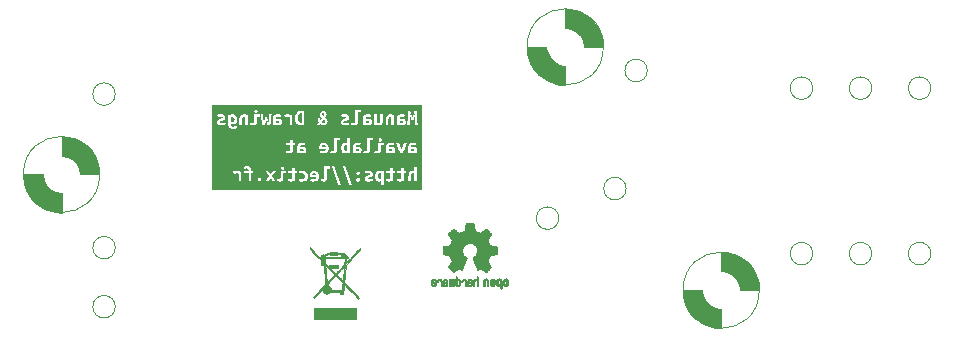
<source format=gbo>
G04 #@! TF.GenerationSoftware,KiCad,Pcbnew,6.0.9-8da3e8f707~116~ubuntu20.04.1*
G04 #@! TF.CreationDate,2023-03-26T15:22:19+00:00*
G04 #@! TF.ProjectId,LEC000043,4c454330-3030-4303-9433-2e6b69636164,rev?*
G04 #@! TF.SameCoordinates,Original*
G04 #@! TF.FileFunction,Legend,Bot*
G04 #@! TF.FilePolarity,Positive*
%FSLAX46Y46*%
G04 Gerber Fmt 4.6, Leading zero omitted, Abs format (unit mm)*
G04 Created by KiCad (PCBNEW 6.0.9-8da3e8f707~116~ubuntu20.04.1) date 2023-03-26 15:22:19*
%MOMM*%
%LPD*%
G01*
G04 APERTURE LIST*
%ADD10C,0.120000*%
%ADD11C,0.010000*%
G04 APERTURE END LIST*
D10*
G04 #@! TO.C,H1*
X6574903Y16700000D02*
G75*
G03*
X6574903Y16700000I-3224903J0D01*
G01*
G36*
X1750000Y16600000D02*
G01*
X1850000Y16200000D01*
X2050000Y15800000D01*
X2450000Y15400000D01*
X2850000Y15200000D01*
X3250000Y15100000D01*
X3350000Y15100000D01*
X3350000Y13475097D01*
X2850000Y13500000D01*
X1850000Y13800000D01*
X1050000Y14400000D01*
X550000Y15100000D01*
X250000Y15800000D01*
X150000Y16200000D01*
X150000Y16700000D01*
X1750000Y16700000D01*
X1750000Y16600000D01*
G37*
D11*
X1750000Y16600000D02*
X1850000Y16200000D01*
X2050000Y15800000D01*
X2450000Y15400000D01*
X2850000Y15200000D01*
X3250000Y15100000D01*
X3350000Y15100000D01*
X3350000Y13475097D01*
X2850000Y13500000D01*
X1850000Y13800000D01*
X1050000Y14400000D01*
X550000Y15100000D01*
X250000Y15800000D01*
X150000Y16200000D01*
X150000Y16700000D01*
X1750000Y16700000D01*
X1750000Y16600000D01*
G36*
X3850000Y19900000D02*
G01*
X4850000Y19600000D01*
X5650000Y19000000D01*
X6150000Y18300000D01*
X6450000Y17600000D01*
X6550000Y17200000D01*
X6550000Y16700000D01*
X4950000Y16700000D01*
X4950000Y16800000D01*
X4850000Y17200000D01*
X4650000Y17600000D01*
X4250000Y18000000D01*
X3850000Y18200000D01*
X3450000Y18300000D01*
X3350000Y18300000D01*
X3350000Y19924903D01*
X3850000Y19900000D01*
G37*
X3850000Y19900000D02*
X4850000Y19600000D01*
X5650000Y19000000D01*
X6150000Y18300000D01*
X6450000Y17600000D01*
X6550000Y17200000D01*
X6550000Y16700000D01*
X4950000Y16700000D01*
X4950000Y16800000D01*
X4850000Y17200000D01*
X4650000Y17600000D01*
X4250000Y18000000D01*
X3850000Y18200000D01*
X3450000Y18300000D01*
X3350000Y18300000D01*
X3350000Y19924903D01*
X3850000Y19900000D01*
D10*
G04 #@! TO.C,H2*
X62424903Y6900000D02*
G75*
G03*
X62424903Y6900000I-3224903J0D01*
G01*
G36*
X59700000Y10100000D02*
G01*
X60700000Y9800000D01*
X61500000Y9200000D01*
X62000000Y8500000D01*
X62300000Y7800000D01*
X62400000Y7400000D01*
X62400000Y6900000D01*
X60800000Y6900000D01*
X60800000Y7000000D01*
X60700000Y7400000D01*
X60500000Y7800000D01*
X60100000Y8200000D01*
X59700000Y8400000D01*
X59300000Y8500000D01*
X59200000Y8500000D01*
X59200000Y10124903D01*
X59700000Y10100000D01*
G37*
D11*
X59700000Y10100000D02*
X60700000Y9800000D01*
X61500000Y9200000D01*
X62000000Y8500000D01*
X62300000Y7800000D01*
X62400000Y7400000D01*
X62400000Y6900000D01*
X60800000Y6900000D01*
X60800000Y7000000D01*
X60700000Y7400000D01*
X60500000Y7800000D01*
X60100000Y8200000D01*
X59700000Y8400000D01*
X59300000Y8500000D01*
X59200000Y8500000D01*
X59200000Y10124903D01*
X59700000Y10100000D01*
G36*
X57600000Y6800000D02*
G01*
X57700000Y6400000D01*
X57900000Y6000000D01*
X58300000Y5600000D01*
X58700000Y5400000D01*
X59100000Y5300000D01*
X59200000Y5300000D01*
X59200000Y3675097D01*
X58700000Y3700000D01*
X57700000Y4000000D01*
X56900000Y4600000D01*
X56400000Y5300000D01*
X56100000Y6000000D01*
X56000000Y6400000D01*
X56000000Y6900000D01*
X57600000Y6900000D01*
X57600000Y6800000D01*
G37*
X57600000Y6800000D02*
X57700000Y6400000D01*
X57900000Y6000000D01*
X58300000Y5600000D01*
X58700000Y5400000D01*
X59100000Y5300000D01*
X59200000Y5300000D01*
X59200000Y3675097D01*
X58700000Y3700000D01*
X57700000Y4000000D01*
X56900000Y4600000D01*
X56400000Y5300000D01*
X56100000Y6000000D01*
X56000000Y6400000D01*
X56000000Y6900000D01*
X57600000Y6900000D01*
X57600000Y6800000D01*
D10*
G04 #@! TO.C,H3*
X49224903Y27500000D02*
G75*
G03*
X49224903Y27500000I-3224903J0D01*
G01*
G36*
X46500000Y30700000D02*
G01*
X47500000Y30400000D01*
X48300000Y29800000D01*
X48800000Y29100000D01*
X49100000Y28400000D01*
X49200000Y28000000D01*
X49200000Y27500000D01*
X47600000Y27500000D01*
X47600000Y27600000D01*
X47500000Y28000000D01*
X47300000Y28400000D01*
X46900000Y28800000D01*
X46500000Y29000000D01*
X46100000Y29100000D01*
X46000000Y29100000D01*
X46000000Y30724903D01*
X46500000Y30700000D01*
G37*
D11*
X46500000Y30700000D02*
X47500000Y30400000D01*
X48300000Y29800000D01*
X48800000Y29100000D01*
X49100000Y28400000D01*
X49200000Y28000000D01*
X49200000Y27500000D01*
X47600000Y27500000D01*
X47600000Y27600000D01*
X47500000Y28000000D01*
X47300000Y28400000D01*
X46900000Y28800000D01*
X46500000Y29000000D01*
X46100000Y29100000D01*
X46000000Y29100000D01*
X46000000Y30724903D01*
X46500000Y30700000D01*
G36*
X44400000Y27400000D02*
G01*
X44500000Y27000000D01*
X44700000Y26600000D01*
X45100000Y26200000D01*
X45500000Y26000000D01*
X45900000Y25900000D01*
X46000000Y25900000D01*
X46000000Y24275097D01*
X45500000Y24300000D01*
X44500000Y24600000D01*
X43700000Y25200000D01*
X43200000Y25900000D01*
X42900000Y26600000D01*
X42800000Y27000000D01*
X42800000Y27500000D01*
X44400000Y27500000D01*
X44400000Y27400000D01*
G37*
X44400000Y27400000D02*
X44500000Y27000000D01*
X44700000Y26600000D01*
X45100000Y26200000D01*
X45500000Y26000000D01*
X45900000Y25900000D01*
X46000000Y25900000D01*
X46000000Y24275097D01*
X45500000Y24300000D01*
X44500000Y24600000D01*
X43700000Y25200000D01*
X43200000Y25900000D01*
X42900000Y26600000D01*
X42800000Y27000000D01*
X42800000Y27500000D01*
X44400000Y27500000D01*
X44400000Y27400000D01*
D10*
G04 #@! TO.C,TP4*
X45450000Y13000000D02*
G75*
G03*
X45450000Y13000000I-950000J0D01*
G01*
G04 #@! TO.C,TP6*
X51150000Y15500000D02*
G75*
G03*
X51150000Y15500000I-950000J0D01*
G01*
G04 #@! TO.C,TP7*
X52950000Y25500000D02*
G75*
G03*
X52950000Y25500000I-950000J0D01*
G01*
G04 #@! TO.C,TP8*
X7900000Y23500000D02*
G75*
G03*
X7900000Y23500000I-950000J0D01*
G01*
G04 #@! TO.C,TP9*
X7900000Y5500000D02*
G75*
G03*
X7900000Y5500000I-950000J0D01*
G01*
G04 #@! TO.C,TP10*
X7900000Y10500000D02*
G75*
G03*
X7900000Y10500000I-950000J0D01*
G01*
G04 #@! TO.C,TP1*
X71950000Y24000000D02*
G75*
G03*
X71950000Y24000000I-950000J0D01*
G01*
G04 #@! TO.C,TP2*
X66950000Y24000000D02*
G75*
G03*
X66950000Y24000000I-950000J0D01*
G01*
G04 #@! TO.C,TP3*
X76950000Y24000000D02*
G75*
G03*
X76950000Y24000000I-950000J0D01*
G01*
G04 #@! TO.C,TP5*
X71950000Y10000000D02*
G75*
G03*
X71950000Y10000000I-950000J0D01*
G01*
G04 #@! TO.C,TP11*
X66950000Y10000000D02*
G75*
G03*
X66950000Y10000000I-950000J0D01*
G01*
G04 #@! TO.C,TP12*
X76950000Y10000000D02*
G75*
G03*
X76950000Y10000000I-950000J0D01*
G01*
G04 #@! TO.C,REF\u002A\u002A*
G36*
X27511662Y9739304D02*
G01*
X27551314Y9738218D01*
X27619109Y9738218D01*
X27619109Y9625049D01*
X27459577Y9625049D01*
X27444682Y9447268D01*
X27442682Y9422963D01*
X27438023Y9362120D01*
X27434731Y9312611D01*
X27433092Y9279008D01*
X27433390Y9265884D01*
X27437724Y9269657D01*
X27457496Y9289324D01*
X27491679Y9324182D01*
X27538541Y9372424D01*
X27596354Y9432243D01*
X27663387Y9501833D01*
X27737912Y9579385D01*
X27818197Y9663093D01*
X27902513Y9751151D01*
X27989130Y9841750D01*
X28076319Y9933085D01*
X28162349Y10023347D01*
X28245492Y10110731D01*
X28324016Y10193428D01*
X28396192Y10269632D01*
X28460291Y10337537D01*
X28514583Y10395334D01*
X28611592Y10498960D01*
X28612034Y10410685D01*
X28612475Y10322411D01*
X28011938Y9690842D01*
X27411401Y9059274D01*
X27399396Y8915326D01*
X27351365Y8339365D01*
X27342876Y8237209D01*
X27332343Y8109388D01*
X27322621Y7990233D01*
X27313898Y7882086D01*
X27306358Y7787287D01*
X27300187Y7708181D01*
X27295573Y7647108D01*
X27292700Y7606410D01*
X27291754Y7588430D01*
X27294251Y7580192D01*
X27305471Y7562401D01*
X27326751Y7535589D01*
X27337021Y7523871D01*
X27359225Y7498534D01*
X27404023Y7450014D01*
X27462281Y7388808D01*
X27535129Y7313693D01*
X27623703Y7223450D01*
X27729134Y7116855D01*
X27798492Y7046907D01*
X27895179Y6949342D01*
X27991526Y6852059D01*
X28084638Y6757986D01*
X28171618Y6670050D01*
X28249569Y6591180D01*
X28315596Y6524301D01*
X28366802Y6472342D01*
X28567514Y6268380D01*
X28531058Y6230329D01*
X28522460Y6221755D01*
X28497095Y6200703D01*
X28479695Y6192277D01*
X28466071Y6199470D01*
X28440743Y6221056D01*
X28410379Y6252005D01*
X28391896Y6271552D01*
X28357427Y6307248D01*
X28308712Y6357316D01*
X28247469Y6419999D01*
X28175420Y6493543D01*
X28094285Y6576190D01*
X28005784Y6666185D01*
X27911637Y6761772D01*
X27813565Y6861195D01*
X27271161Y7410657D01*
X27249066Y7125254D01*
X27244250Y7064338D01*
X27237216Y6982452D01*
X27230872Y6920431D01*
X27224748Y6875013D01*
X27218373Y6842938D01*
X27211277Y6820948D01*
X27202991Y6805781D01*
X27191393Y6784584D01*
X27181850Y6745614D01*
X27179010Y6689469D01*
X27179010Y6607227D01*
X26952674Y6607227D01*
X26952674Y6783267D01*
X26107082Y6783267D01*
X26058203Y6727738D01*
X26044836Y6713278D01*
X25972388Y6655187D01*
X25890532Y6619424D01*
X25801900Y6607227D01*
X25723692Y6613694D01*
X25635233Y6640953D01*
X25559507Y6689672D01*
X25544748Y6703597D01*
X25507864Y6748672D01*
X25475503Y6801181D01*
X25452297Y6852939D01*
X25442879Y6895761D01*
X25442697Y6901977D01*
X25441342Y6924754D01*
X25437800Y6940487D01*
X25430390Y6947932D01*
X25417431Y6945844D01*
X25397243Y6932980D01*
X25368145Y6908095D01*
X25328456Y6869947D01*
X25276496Y6817290D01*
X25210584Y6748881D01*
X25129040Y6663476D01*
X25085604Y6617888D01*
X25013000Y6541559D01*
X24944309Y6469192D01*
X24882223Y6403634D01*
X24829434Y6347726D01*
X24788634Y6304314D01*
X24762515Y6276242D01*
X24691119Y6198564D01*
X24602863Y6286584D01*
X25148690Y6858713D01*
X25183105Y6894812D01*
X25305546Y7023728D01*
X25410651Y7135246D01*
X25498736Y7229712D01*
X25570116Y7307471D01*
X25620588Y7363826D01*
X25827247Y7363826D01*
X25828872Y7350566D01*
X25829156Y7349181D01*
X25842698Y7317772D01*
X25869748Y7303137D01*
X25953129Y7271937D01*
X26027418Y7219962D01*
X26085846Y7151209D01*
X26125890Y7068685D01*
X26145026Y6975394D01*
X26151364Y6896435D01*
X27100838Y6896435D01*
X27107458Y6924727D01*
X27108629Y6931671D01*
X27112268Y6962719D01*
X27117234Y7012919D01*
X27123157Y7078273D01*
X27129669Y7154781D01*
X27136401Y7238445D01*
X27158724Y7523871D01*
X26857826Y7829435D01*
X26802636Y7885296D01*
X26735109Y7953112D01*
X26674529Y8013357D01*
X26623021Y8063948D01*
X26582710Y8102800D01*
X26555722Y8127830D01*
X26544182Y8136954D01*
X26536444Y8132595D01*
X26513395Y8112759D01*
X26478709Y8079625D01*
X26435487Y8036180D01*
X26386832Y7985413D01*
X26374140Y7971949D01*
X26317229Y7911725D01*
X26249414Y7840136D01*
X26175800Y7762563D01*
X26101493Y7684389D01*
X26031599Y7610995D01*
X26027401Y7606591D01*
X25962420Y7538215D01*
X25912836Y7485268D01*
X25876688Y7445233D01*
X25852016Y7415589D01*
X25836858Y7393819D01*
X25829256Y7377405D01*
X25827247Y7363826D01*
X25620588Y7363826D01*
X25625105Y7368869D01*
X25664019Y7414252D01*
X25687173Y7443965D01*
X25694882Y7458356D01*
X25694883Y7458441D01*
X25693825Y7476376D01*
X25690737Y7516579D01*
X25685858Y7576313D01*
X25679432Y7652842D01*
X25671700Y7743431D01*
X25662905Y7845343D01*
X25653287Y7955841D01*
X25643091Y8072189D01*
X25632556Y8191652D01*
X25621926Y8311493D01*
X25611442Y8428975D01*
X25601346Y8541363D01*
X25591881Y8645919D01*
X25583288Y8739909D01*
X25575809Y8820595D01*
X25569687Y8885241D01*
X25565162Y8931112D01*
X25562478Y8955470D01*
X25557067Y8996268D01*
X25686253Y8996268D01*
X25687908Y8965347D01*
X25691549Y8913347D01*
X25696995Y8842513D01*
X25704063Y8755089D01*
X25712570Y8653319D01*
X25722335Y8539448D01*
X25733174Y8415721D01*
X25744907Y8284382D01*
X25754079Y8183092D01*
X25765566Y8057474D01*
X25776322Y7941238D01*
X25786131Y7836620D01*
X25794781Y7745860D01*
X25802057Y7671196D01*
X25807746Y7614866D01*
X25811634Y7579109D01*
X25813506Y7566163D01*
X25819188Y7570174D01*
X25840020Y7589862D01*
X25873872Y7623678D01*
X25918412Y7669163D01*
X25971310Y7723854D01*
X26030236Y7785290D01*
X26092858Y7851010D01*
X26156848Y7918551D01*
X26219874Y7985453D01*
X26279606Y8049254D01*
X26333713Y8107493D01*
X26379865Y8157708D01*
X26415733Y8197437D01*
X26438984Y8224220D01*
X26445778Y8233523D01*
X26627601Y8233523D01*
X26903305Y7958032D01*
X26970726Y7890776D01*
X27034267Y7827838D01*
X27083490Y7779900D01*
X27120196Y7745406D01*
X27146190Y7722801D01*
X27163276Y7710529D01*
X27173256Y7707034D01*
X27177935Y7710762D01*
X27179116Y7720156D01*
X27179873Y7735251D01*
X27182601Y7774117D01*
X27187108Y7833105D01*
X27193179Y7909527D01*
X27200596Y8000695D01*
X27209142Y8103920D01*
X27218602Y8216517D01*
X27228758Y8335795D01*
X27237723Y8440923D01*
X27247066Y8551649D01*
X27255443Y8652186D01*
X27262653Y8740057D01*
X27268496Y8812785D01*
X27272769Y8867890D01*
X27275273Y8902896D01*
X27275805Y8915326D01*
X27275384Y8915092D01*
X27263509Y8903650D01*
X27237130Y8876802D01*
X27198570Y8836982D01*
X27150153Y8786628D01*
X27094203Y8728172D01*
X27033042Y8664052D01*
X26968995Y8596702D01*
X26904385Y8528557D01*
X26841535Y8462052D01*
X26782768Y8399623D01*
X26730409Y8343705D01*
X26629533Y8235594D01*
X26627601Y8233523D01*
X26445778Y8233523D01*
X26447290Y8235594D01*
X26439148Y8246617D01*
X26415478Y8273001D01*
X26378478Y8312473D01*
X26330350Y8362809D01*
X26273296Y8421783D01*
X26209520Y8487170D01*
X26141222Y8556745D01*
X26070605Y8628284D01*
X25999871Y8699562D01*
X25931222Y8768353D01*
X25866861Y8832434D01*
X25808989Y8889578D01*
X25759810Y8937561D01*
X25721524Y8974159D01*
X25696334Y8997146D01*
X25686442Y9004297D01*
X25686253Y8996268D01*
X25557067Y8996268D01*
X25555390Y9008911D01*
X25280297Y9008911D01*
X25280140Y9109505D01*
X25380891Y9109505D01*
X25462624Y9109505D01*
X25469895Y9109511D01*
X25510950Y9110387D01*
X25533277Y9114133D01*
X25542529Y9122730D01*
X25544357Y9138160D01*
X25536306Y9160841D01*
X25508730Y9198572D01*
X25462624Y9247821D01*
X25380891Y9328828D01*
X25380891Y9109505D01*
X25280140Y9109505D01*
X25279968Y9219529D01*
X25279639Y9430148D01*
X24827914Y9889109D01*
X24376189Y10348069D01*
X24375570Y10435152D01*
X24374951Y10522233D01*
X24916769Y9973048D01*
X24969137Y9920002D01*
X25077803Y9810228D01*
X25170709Y9716886D01*
X25249055Y9638827D01*
X25314043Y9574903D01*
X25366872Y9523965D01*
X25408743Y9484865D01*
X25440855Y9456452D01*
X25464410Y9437580D01*
X25480608Y9427099D01*
X25490649Y9423861D01*
X25507579Y9424842D01*
X25517084Y9432004D01*
X25518723Y9451599D01*
X25514782Y9489876D01*
X25512065Y9513975D01*
X25508284Y9554256D01*
X25506760Y9581039D01*
X25506015Y9590272D01*
X25498746Y9600161D01*
X25478668Y9603438D01*
X25439689Y9602008D01*
X25429737Y9601447D01*
X25389898Y9602079D01*
X25361560Y9610833D01*
X25341586Y9625049D01*
X25624852Y9625049D01*
X25629013Y9577896D01*
X25630935Y9556502D01*
X25636924Y9498091D01*
X25642826Y9459619D01*
X25649727Y9437088D01*
X25658712Y9426502D01*
X25670870Y9423861D01*
X25681801Y9422063D01*
X25689050Y9413470D01*
X25693100Y9393495D01*
X25694863Y9357550D01*
X25695248Y9301048D01*
X25695248Y9178234D01*
X25735447Y9138160D01*
X25833565Y9040346D01*
X25971881Y8902458D01*
X25971881Y9008911D01*
X26726337Y9008911D01*
X26726337Y8770000D01*
X26107831Y8770000D01*
X26317592Y8553094D01*
X26357770Y8511666D01*
X26413328Y8454800D01*
X26461570Y8405918D01*
X26499971Y8367559D01*
X26526003Y8342259D01*
X26537140Y8332558D01*
X26541373Y8335233D01*
X26561224Y8353218D01*
X26595451Y8386519D01*
X26642227Y8433288D01*
X26699724Y8491675D01*
X26766112Y8559831D01*
X26839564Y8635906D01*
X26918251Y8718050D01*
X26997341Y8801057D01*
X27074871Y8882864D01*
X27137746Y8949917D01*
X27187502Y9003993D01*
X27225678Y9046871D01*
X27253811Y9080327D01*
X27273440Y9106139D01*
X27286101Y9126086D01*
X27293334Y9141944D01*
X27296675Y9155491D01*
X27297561Y9162090D01*
X27301488Y9198452D01*
X27306459Y9251982D01*
X27311927Y9316579D01*
X27317344Y9386138D01*
X27319181Y9410365D01*
X27324488Y9475822D01*
X27329548Y9532283D01*
X27333863Y9574382D01*
X27336934Y9596757D01*
X27342955Y9625049D01*
X25624852Y9625049D01*
X25341586Y9625049D01*
X25333630Y9630711D01*
X25328820Y9634896D01*
X25289482Y9685573D01*
X25273903Y9738218D01*
X25614698Y9738218D01*
X27029221Y9738218D01*
X27241881Y9738218D01*
X27298908Y9738218D01*
X27315993Y9738338D01*
X27341308Y9740538D01*
X27348616Y9747666D01*
X27342943Y9762492D01*
X27341267Y9765318D01*
X27322448Y9787056D01*
X27295183Y9811180D01*
X27267987Y9830746D01*
X27249371Y9838812D01*
X27247697Y9837537D01*
X27243544Y9820024D01*
X27241881Y9788515D01*
X27241881Y9738218D01*
X27029221Y9738218D01*
X27025526Y9828905D01*
X27021832Y9919593D01*
X26946386Y9934748D01*
X26908551Y9941621D01*
X26845368Y9951244D01*
X26786065Y9958504D01*
X26701188Y9967107D01*
X26701188Y9863960D01*
X26122773Y9863960D01*
X26122773Y9954878D01*
X26050471Y9946247D01*
X25939998Y9927751D01*
X25828816Y9894309D01*
X25736850Y9847676D01*
X25662542Y9787214D01*
X25614698Y9738218D01*
X25273903Y9738218D01*
X25272172Y9744066D01*
X25277474Y9805425D01*
X25305975Y9864703D01*
X25308733Y9868394D01*
X25346822Y9900149D01*
X25396476Y9918933D01*
X25450002Y9923929D01*
X25499707Y9914322D01*
X25537900Y9889296D01*
X25550831Y9876520D01*
X25563428Y9873424D01*
X25581467Y9883002D01*
X25611928Y9906918D01*
X25621274Y9914269D01*
X25693430Y9960661D01*
X25778915Y10001916D01*
X25848830Y10027425D01*
X26223367Y10027425D01*
X26223367Y9964554D01*
X26600594Y9964554D01*
X26600594Y10027425D01*
X26223367Y10027425D01*
X25848830Y10027425D01*
X25869767Y10035064D01*
X25958027Y10057132D01*
X26035736Y10065148D01*
X26043991Y10065212D01*
X26089879Y10069679D01*
X26115079Y10082205D01*
X26122773Y10104216D01*
X26123676Y10111151D01*
X26128615Y10117115D01*
X26140611Y10121481D01*
X26162680Y10124497D01*
X26197836Y10126410D01*
X26249094Y10127470D01*
X26319471Y10127923D01*
X26411980Y10128020D01*
X26498660Y10127850D01*
X26572332Y10127166D01*
X26626265Y10125785D01*
X26663288Y10123530D01*
X26686230Y10120222D01*
X26697920Y10115680D01*
X26701188Y10109728D01*
X26711937Y10095112D01*
X26742055Y10085785D01*
X26753582Y10084153D01*
X26792886Y10078409D01*
X26845188Y10070622D01*
X26902376Y10061997D01*
X26933916Y10057607D01*
X26980074Y10052852D01*
X27012641Y10051705D01*
X27026023Y10054505D01*
X27028308Y10056329D01*
X27049405Y10060835D01*
X27087355Y10063971D01*
X27136048Y10065148D01*
X27241881Y10065148D01*
X27241894Y10027425D01*
X27241894Y10024282D01*
X27242388Y10011332D01*
X27248819Y9989589D01*
X27267123Y9971149D01*
X27302830Y9949199D01*
X27334174Y9929146D01*
X27381893Y9890644D01*
X27425138Y9847421D01*
X27458219Y9805373D01*
X27475442Y9770396D01*
X27479662Y9756919D01*
X27487480Y9747666D01*
X27490116Y9744546D01*
X27511662Y9739304D01*
G37*
D11*
X27511662Y9739304D02*
X27551314Y9738218D01*
X27619109Y9738218D01*
X27619109Y9625049D01*
X27459577Y9625049D01*
X27444682Y9447268D01*
X27442682Y9422963D01*
X27438023Y9362120D01*
X27434731Y9312611D01*
X27433092Y9279008D01*
X27433390Y9265884D01*
X27437724Y9269657D01*
X27457496Y9289324D01*
X27491679Y9324182D01*
X27538541Y9372424D01*
X27596354Y9432243D01*
X27663387Y9501833D01*
X27737912Y9579385D01*
X27818197Y9663093D01*
X27902513Y9751151D01*
X27989130Y9841750D01*
X28076319Y9933085D01*
X28162349Y10023347D01*
X28245492Y10110731D01*
X28324016Y10193428D01*
X28396192Y10269632D01*
X28460291Y10337537D01*
X28514583Y10395334D01*
X28611592Y10498960D01*
X28612034Y10410685D01*
X28612475Y10322411D01*
X28011938Y9690842D01*
X27411401Y9059274D01*
X27399396Y8915326D01*
X27351365Y8339365D01*
X27342876Y8237209D01*
X27332343Y8109388D01*
X27322621Y7990233D01*
X27313898Y7882086D01*
X27306358Y7787287D01*
X27300187Y7708181D01*
X27295573Y7647108D01*
X27292700Y7606410D01*
X27291754Y7588430D01*
X27294251Y7580192D01*
X27305471Y7562401D01*
X27326751Y7535589D01*
X27337021Y7523871D01*
X27359225Y7498534D01*
X27404023Y7450014D01*
X27462281Y7388808D01*
X27535129Y7313693D01*
X27623703Y7223450D01*
X27729134Y7116855D01*
X27798492Y7046907D01*
X27895179Y6949342D01*
X27991526Y6852059D01*
X28084638Y6757986D01*
X28171618Y6670050D01*
X28249569Y6591180D01*
X28315596Y6524301D01*
X28366802Y6472342D01*
X28567514Y6268380D01*
X28531058Y6230329D01*
X28522460Y6221755D01*
X28497095Y6200703D01*
X28479695Y6192277D01*
X28466071Y6199470D01*
X28440743Y6221056D01*
X28410379Y6252005D01*
X28391896Y6271552D01*
X28357427Y6307248D01*
X28308712Y6357316D01*
X28247469Y6419999D01*
X28175420Y6493543D01*
X28094285Y6576190D01*
X28005784Y6666185D01*
X27911637Y6761772D01*
X27813565Y6861195D01*
X27271161Y7410657D01*
X27249066Y7125254D01*
X27244250Y7064338D01*
X27237216Y6982452D01*
X27230872Y6920431D01*
X27224748Y6875013D01*
X27218373Y6842938D01*
X27211277Y6820948D01*
X27202991Y6805781D01*
X27191393Y6784584D01*
X27181850Y6745614D01*
X27179010Y6689469D01*
X27179010Y6607227D01*
X26952674Y6607227D01*
X26952674Y6783267D01*
X26107082Y6783267D01*
X26058203Y6727738D01*
X26044836Y6713278D01*
X25972388Y6655187D01*
X25890532Y6619424D01*
X25801900Y6607227D01*
X25723692Y6613694D01*
X25635233Y6640953D01*
X25559507Y6689672D01*
X25544748Y6703597D01*
X25507864Y6748672D01*
X25475503Y6801181D01*
X25452297Y6852939D01*
X25442879Y6895761D01*
X25442697Y6901977D01*
X25441342Y6924754D01*
X25437800Y6940487D01*
X25430390Y6947932D01*
X25417431Y6945844D01*
X25397243Y6932980D01*
X25368145Y6908095D01*
X25328456Y6869947D01*
X25276496Y6817290D01*
X25210584Y6748881D01*
X25129040Y6663476D01*
X25085604Y6617888D01*
X25013000Y6541559D01*
X24944309Y6469192D01*
X24882223Y6403634D01*
X24829434Y6347726D01*
X24788634Y6304314D01*
X24762515Y6276242D01*
X24691119Y6198564D01*
X24602863Y6286584D01*
X25148690Y6858713D01*
X25183105Y6894812D01*
X25305546Y7023728D01*
X25410651Y7135246D01*
X25498736Y7229712D01*
X25570116Y7307471D01*
X25620588Y7363826D01*
X25827247Y7363826D01*
X25828872Y7350566D01*
X25829156Y7349181D01*
X25842698Y7317772D01*
X25869748Y7303137D01*
X25953129Y7271937D01*
X26027418Y7219962D01*
X26085846Y7151209D01*
X26125890Y7068685D01*
X26145026Y6975394D01*
X26151364Y6896435D01*
X27100838Y6896435D01*
X27107458Y6924727D01*
X27108629Y6931671D01*
X27112268Y6962719D01*
X27117234Y7012919D01*
X27123157Y7078273D01*
X27129669Y7154781D01*
X27136401Y7238445D01*
X27158724Y7523871D01*
X26857826Y7829435D01*
X26802636Y7885296D01*
X26735109Y7953112D01*
X26674529Y8013357D01*
X26623021Y8063948D01*
X26582710Y8102800D01*
X26555722Y8127830D01*
X26544182Y8136954D01*
X26536444Y8132595D01*
X26513395Y8112759D01*
X26478709Y8079625D01*
X26435487Y8036180D01*
X26386832Y7985413D01*
X26374140Y7971949D01*
X26317229Y7911725D01*
X26249414Y7840136D01*
X26175800Y7762563D01*
X26101493Y7684389D01*
X26031599Y7610995D01*
X26027401Y7606591D01*
X25962420Y7538215D01*
X25912836Y7485268D01*
X25876688Y7445233D01*
X25852016Y7415589D01*
X25836858Y7393819D01*
X25829256Y7377405D01*
X25827247Y7363826D01*
X25620588Y7363826D01*
X25625105Y7368869D01*
X25664019Y7414252D01*
X25687173Y7443965D01*
X25694882Y7458356D01*
X25694883Y7458441D01*
X25693825Y7476376D01*
X25690737Y7516579D01*
X25685858Y7576313D01*
X25679432Y7652842D01*
X25671700Y7743431D01*
X25662905Y7845343D01*
X25653287Y7955841D01*
X25643091Y8072189D01*
X25632556Y8191652D01*
X25621926Y8311493D01*
X25611442Y8428975D01*
X25601346Y8541363D01*
X25591881Y8645919D01*
X25583288Y8739909D01*
X25575809Y8820595D01*
X25569687Y8885241D01*
X25565162Y8931112D01*
X25562478Y8955470D01*
X25557067Y8996268D01*
X25686253Y8996268D01*
X25687908Y8965347D01*
X25691549Y8913347D01*
X25696995Y8842513D01*
X25704063Y8755089D01*
X25712570Y8653319D01*
X25722335Y8539448D01*
X25733174Y8415721D01*
X25744907Y8284382D01*
X25754079Y8183092D01*
X25765566Y8057474D01*
X25776322Y7941238D01*
X25786131Y7836620D01*
X25794781Y7745860D01*
X25802057Y7671196D01*
X25807746Y7614866D01*
X25811634Y7579109D01*
X25813506Y7566163D01*
X25819188Y7570174D01*
X25840020Y7589862D01*
X25873872Y7623678D01*
X25918412Y7669163D01*
X25971310Y7723854D01*
X26030236Y7785290D01*
X26092858Y7851010D01*
X26156848Y7918551D01*
X26219874Y7985453D01*
X26279606Y8049254D01*
X26333713Y8107493D01*
X26379865Y8157708D01*
X26415733Y8197437D01*
X26438984Y8224220D01*
X26445778Y8233523D01*
X26627601Y8233523D01*
X26903305Y7958032D01*
X26970726Y7890776D01*
X27034267Y7827838D01*
X27083490Y7779900D01*
X27120196Y7745406D01*
X27146190Y7722801D01*
X27163276Y7710529D01*
X27173256Y7707034D01*
X27177935Y7710762D01*
X27179116Y7720156D01*
X27179873Y7735251D01*
X27182601Y7774117D01*
X27187108Y7833105D01*
X27193179Y7909527D01*
X27200596Y8000695D01*
X27209142Y8103920D01*
X27218602Y8216517D01*
X27228758Y8335795D01*
X27237723Y8440923D01*
X27247066Y8551649D01*
X27255443Y8652186D01*
X27262653Y8740057D01*
X27268496Y8812785D01*
X27272769Y8867890D01*
X27275273Y8902896D01*
X27275805Y8915326D01*
X27275384Y8915092D01*
X27263509Y8903650D01*
X27237130Y8876802D01*
X27198570Y8836982D01*
X27150153Y8786628D01*
X27094203Y8728172D01*
X27033042Y8664052D01*
X26968995Y8596702D01*
X26904385Y8528557D01*
X26841535Y8462052D01*
X26782768Y8399623D01*
X26730409Y8343705D01*
X26629533Y8235594D01*
X26627601Y8233523D01*
X26445778Y8233523D01*
X26447290Y8235594D01*
X26439148Y8246617D01*
X26415478Y8273001D01*
X26378478Y8312473D01*
X26330350Y8362809D01*
X26273296Y8421783D01*
X26209520Y8487170D01*
X26141222Y8556745D01*
X26070605Y8628284D01*
X25999871Y8699562D01*
X25931222Y8768353D01*
X25866861Y8832434D01*
X25808989Y8889578D01*
X25759810Y8937561D01*
X25721524Y8974159D01*
X25696334Y8997146D01*
X25686442Y9004297D01*
X25686253Y8996268D01*
X25557067Y8996268D01*
X25555390Y9008911D01*
X25280297Y9008911D01*
X25280140Y9109505D01*
X25380891Y9109505D01*
X25462624Y9109505D01*
X25469895Y9109511D01*
X25510950Y9110387D01*
X25533277Y9114133D01*
X25542529Y9122730D01*
X25544357Y9138160D01*
X25536306Y9160841D01*
X25508730Y9198572D01*
X25462624Y9247821D01*
X25380891Y9328828D01*
X25380891Y9109505D01*
X25280140Y9109505D01*
X25279968Y9219529D01*
X25279639Y9430148D01*
X24827914Y9889109D01*
X24376189Y10348069D01*
X24375570Y10435152D01*
X24374951Y10522233D01*
X24916769Y9973048D01*
X24969137Y9920002D01*
X25077803Y9810228D01*
X25170709Y9716886D01*
X25249055Y9638827D01*
X25314043Y9574903D01*
X25366872Y9523965D01*
X25408743Y9484865D01*
X25440855Y9456452D01*
X25464410Y9437580D01*
X25480608Y9427099D01*
X25490649Y9423861D01*
X25507579Y9424842D01*
X25517084Y9432004D01*
X25518723Y9451599D01*
X25514782Y9489876D01*
X25512065Y9513975D01*
X25508284Y9554256D01*
X25506760Y9581039D01*
X25506015Y9590272D01*
X25498746Y9600161D01*
X25478668Y9603438D01*
X25439689Y9602008D01*
X25429737Y9601447D01*
X25389898Y9602079D01*
X25361560Y9610833D01*
X25341586Y9625049D01*
X25624852Y9625049D01*
X25629013Y9577896D01*
X25630935Y9556502D01*
X25636924Y9498091D01*
X25642826Y9459619D01*
X25649727Y9437088D01*
X25658712Y9426502D01*
X25670870Y9423861D01*
X25681801Y9422063D01*
X25689050Y9413470D01*
X25693100Y9393495D01*
X25694863Y9357550D01*
X25695248Y9301048D01*
X25695248Y9178234D01*
X25735447Y9138160D01*
X25833565Y9040346D01*
X25971881Y8902458D01*
X25971881Y9008911D01*
X26726337Y9008911D01*
X26726337Y8770000D01*
X26107831Y8770000D01*
X26317592Y8553094D01*
X26357770Y8511666D01*
X26413328Y8454800D01*
X26461570Y8405918D01*
X26499971Y8367559D01*
X26526003Y8342259D01*
X26537140Y8332558D01*
X26541373Y8335233D01*
X26561224Y8353218D01*
X26595451Y8386519D01*
X26642227Y8433288D01*
X26699724Y8491675D01*
X26766112Y8559831D01*
X26839564Y8635906D01*
X26918251Y8718050D01*
X26997341Y8801057D01*
X27074871Y8882864D01*
X27137746Y8949917D01*
X27187502Y9003993D01*
X27225678Y9046871D01*
X27253811Y9080327D01*
X27273440Y9106139D01*
X27286101Y9126086D01*
X27293334Y9141944D01*
X27296675Y9155491D01*
X27297561Y9162090D01*
X27301488Y9198452D01*
X27306459Y9251982D01*
X27311927Y9316579D01*
X27317344Y9386138D01*
X27319181Y9410365D01*
X27324488Y9475822D01*
X27329548Y9532283D01*
X27333863Y9574382D01*
X27336934Y9596757D01*
X27342955Y9625049D01*
X25624852Y9625049D01*
X25341586Y9625049D01*
X25333630Y9630711D01*
X25328820Y9634896D01*
X25289482Y9685573D01*
X25273903Y9738218D01*
X25614698Y9738218D01*
X27029221Y9738218D01*
X27241881Y9738218D01*
X27298908Y9738218D01*
X27315993Y9738338D01*
X27341308Y9740538D01*
X27348616Y9747666D01*
X27342943Y9762492D01*
X27341267Y9765318D01*
X27322448Y9787056D01*
X27295183Y9811180D01*
X27267987Y9830746D01*
X27249371Y9838812D01*
X27247697Y9837537D01*
X27243544Y9820024D01*
X27241881Y9788515D01*
X27241881Y9738218D01*
X27029221Y9738218D01*
X27025526Y9828905D01*
X27021832Y9919593D01*
X26946386Y9934748D01*
X26908551Y9941621D01*
X26845368Y9951244D01*
X26786065Y9958504D01*
X26701188Y9967107D01*
X26701188Y9863960D01*
X26122773Y9863960D01*
X26122773Y9954878D01*
X26050471Y9946247D01*
X25939998Y9927751D01*
X25828816Y9894309D01*
X25736850Y9847676D01*
X25662542Y9787214D01*
X25614698Y9738218D01*
X25273903Y9738218D01*
X25272172Y9744066D01*
X25277474Y9805425D01*
X25305975Y9864703D01*
X25308733Y9868394D01*
X25346822Y9900149D01*
X25396476Y9918933D01*
X25450002Y9923929D01*
X25499707Y9914322D01*
X25537900Y9889296D01*
X25550831Y9876520D01*
X25563428Y9873424D01*
X25581467Y9883002D01*
X25611928Y9906918D01*
X25621274Y9914269D01*
X25693430Y9960661D01*
X25778915Y10001916D01*
X25848830Y10027425D01*
X26223367Y10027425D01*
X26223367Y9964554D01*
X26600594Y9964554D01*
X26600594Y10027425D01*
X26223367Y10027425D01*
X25848830Y10027425D01*
X25869767Y10035064D01*
X25958027Y10057132D01*
X26035736Y10065148D01*
X26043991Y10065212D01*
X26089879Y10069679D01*
X26115079Y10082205D01*
X26122773Y10104216D01*
X26123676Y10111151D01*
X26128615Y10117115D01*
X26140611Y10121481D01*
X26162680Y10124497D01*
X26197836Y10126410D01*
X26249094Y10127470D01*
X26319471Y10127923D01*
X26411980Y10128020D01*
X26498660Y10127850D01*
X26572332Y10127166D01*
X26626265Y10125785D01*
X26663288Y10123530D01*
X26686230Y10120222D01*
X26697920Y10115680D01*
X26701188Y10109728D01*
X26711937Y10095112D01*
X26742055Y10085785D01*
X26753582Y10084153D01*
X26792886Y10078409D01*
X26845188Y10070622D01*
X26902376Y10061997D01*
X26933916Y10057607D01*
X26980074Y10052852D01*
X27012641Y10051705D01*
X27026023Y10054505D01*
X27028308Y10056329D01*
X27049405Y10060835D01*
X27087355Y10063971D01*
X27136048Y10065148D01*
X27241881Y10065148D01*
X27241894Y10027425D01*
X27241894Y10024282D01*
X27242388Y10011332D01*
X27248819Y9989589D01*
X27267123Y9971149D01*
X27302830Y9949199D01*
X27334174Y9929146D01*
X27381893Y9890644D01*
X27425138Y9847421D01*
X27458219Y9805373D01*
X27475442Y9770396D01*
X27479662Y9756919D01*
X27487480Y9747666D01*
X27490116Y9744546D01*
X27511662Y9739304D01*
G36*
X28272971Y4482178D02*
G01*
X24752178Y4482178D01*
X24752178Y5349802D01*
X28272971Y5349802D01*
X28272971Y4482178D01*
G37*
X28272971Y4482178D02*
X24752178Y4482178D01*
X24752178Y5349802D01*
X28272971Y5349802D01*
X28272971Y4482178D01*
G04 #@! TO.C,kibuzzard-624D5053*
G36*
X25566738Y21882450D02*
G01*
X25595313Y21789105D01*
X25578168Y21704332D01*
X25530543Y21615750D01*
X25437198Y21706237D01*
X25404813Y21813870D01*
X25428625Y21889117D01*
X25490538Y21914835D01*
X25566738Y21882450D01*
G37*
G36*
X28422877Y18875450D02*
G01*
X28481997Y18859496D01*
X28522350Y18827590D01*
X28537364Y18773162D01*
X28492320Y18687765D01*
X28375956Y18662428D01*
X28302759Y18663366D01*
X28240823Y18668058D01*
X28240823Y18870758D01*
X28295251Y18877327D01*
X28353433Y18880142D01*
X28422877Y18875450D01*
G37*
G36*
X24821476Y16802185D02*
G01*
X24875112Y16761496D01*
X24908403Y16702311D01*
X24924124Y16633879D01*
X24576415Y16633879D01*
X24585662Y16701386D01*
X24615255Y16759646D01*
X24667041Y16801260D01*
X24744721Y16816981D01*
X24821476Y16802185D01*
G37*
G36*
X16107777Y15413970D02*
G01*
X16107777Y16964942D01*
X17894119Y16964942D01*
X17934808Y16754097D01*
X17987519Y16765195D01*
X18049478Y16775367D01*
X18110512Y16781840D01*
X18160449Y16783690D01*
X18254774Y16779066D01*
X18349099Y16761496D01*
X18349099Y16116015D01*
X18578439Y16116015D01*
X18578439Y16927952D01*
X18486657Y16958006D01*
X18392563Y16981588D01*
X18289221Y16996846D01*
X18169696Y17001932D01*
X18116985Y17000083D01*
X18043929Y16993610D01*
X17965325Y16982513D01*
X17894119Y16964942D01*
X16107777Y16964942D01*
X16107777Y17342243D01*
X18757842Y17342243D01*
X18796682Y17157292D01*
X18903029Y17187809D01*
X19024172Y17203530D01*
X19084281Y17197981D01*
X19134218Y17173937D01*
X19168434Y17121226D01*
X19181381Y17031525D01*
X19181381Y16985287D01*
X18824425Y16985287D01*
X18824425Y16796636D01*
X19181381Y16796636D01*
X19181381Y16116015D01*
X19410721Y16116015D01*
X19410721Y16262127D01*
X19963726Y16262127D01*
X20013662Y16138209D01*
X20128332Y16095670D01*
X20191216Y16106767D01*
X20206277Y16116015D01*
X20627701Y16116015D01*
X20864439Y16116015D01*
X20914376Y16205254D01*
X20964313Y16284321D01*
X21012863Y16354602D01*
X21058638Y16417486D01*
X21111349Y16344430D01*
X21158512Y16273224D01*
X21203363Y16198781D01*
X21249138Y16116015D01*
X21480328Y16116015D01*
X21458513Y16153005D01*
X21578352Y16153005D01*
X21710592Y16107692D01*
X21824337Y16095670D01*
X21973223Y16121563D01*
X22001720Y16143758D01*
X22493862Y16143758D01*
X22629801Y16106767D01*
X22771289Y16095670D01*
X22911852Y16108617D01*
X22973228Y16138209D01*
X23429716Y16138209D01*
X23546235Y16107692D01*
X23620678Y16098676D01*
X23707143Y16095670D01*
X23830829Y16104455D01*
X23935558Y16130811D01*
X24022254Y16172425D01*
X24091842Y16226986D01*
X24144784Y16293568D01*
X24181544Y16371248D01*
X24203044Y16457713D01*
X24210211Y16550651D01*
X24209314Y16561748D01*
X24356323Y16561748D01*
X24357247Y16515510D01*
X24360022Y16476670D01*
X24924124Y16476670D01*
X24906553Y16400609D01*
X24853842Y16342580D01*
X24773388Y16305821D01*
X24672590Y16293568D01*
X24542199Y16308364D01*
X24437701Y16337957D01*
X24406260Y16143758D01*
X24532027Y16109542D01*
X24681837Y16095670D01*
X24787028Y16102837D01*
X24880660Y16124338D01*
X24946185Y16153005D01*
X25277381Y16153005D01*
X25302349Y16140059D01*
X25353211Y16120639D01*
X25429966Y16103068D01*
X25532614Y16095670D01*
X25668553Y16119020D01*
X25761954Y16189071D01*
X25816052Y16303972D01*
X25834085Y16461874D01*
X25834085Y17199830D01*
X26074522Y17199830D01*
X26074522Y17388481D01*
X25606595Y17388481D01*
X25606595Y16445229D01*
X25571454Y16325010D01*
X25482677Y16293568D01*
X25368007Y16312063D01*
X25306973Y16336107D01*
X25277381Y16153005D01*
X24946185Y16153005D01*
X24962039Y16159941D01*
X25030471Y16209415D01*
X25085263Y16272530D01*
X25125721Y16349054D01*
X25150689Y16439218D01*
X25159012Y16543253D01*
X25150227Y16650987D01*
X25123871Y16744850D01*
X25083182Y16824610D01*
X25031396Y16890037D01*
X24969899Y16941130D01*
X24900080Y16977889D01*
X24748420Y17007481D01*
X24630462Y16994843D01*
X24533054Y16956928D01*
X24456196Y16893736D01*
X24400711Y16806295D01*
X24367420Y16695632D01*
X24356323Y16561748D01*
X24209314Y16561748D01*
X24202813Y16642202D01*
X24180619Y16728204D01*
X24143166Y16806115D01*
X24089993Y16873391D01*
X24020867Y16928877D01*
X23935558Y16971415D01*
X23833141Y16998465D01*
X23712692Y17007481D01*
X23572129Y16996384D01*
X23444512Y16959394D01*
X23494449Y16776292D01*
X23576752Y16799411D01*
X23692347Y16809583D01*
X23828286Y16790163D01*
X23916138Y16736527D01*
X23964226Y16654224D01*
X23979022Y16550651D01*
X23962145Y16443379D01*
X23911514Y16362000D01*
X23820195Y16310676D01*
X23681250Y16293568D01*
X23569354Y16300966D01*
X23463007Y16325010D01*
X23429716Y16138209D01*
X22973228Y16138209D01*
X23015425Y16158554D01*
X23080158Y16263051D01*
X23096803Y16340962D01*
X23102352Y16439680D01*
X23102352Y16796636D01*
X23300250Y16796636D01*
X23300250Y16985287D01*
X23102352Y16985287D01*
X23102352Y17203530D01*
X22874862Y17240520D01*
X22874862Y16985287D01*
X22510507Y16985287D01*
X22510507Y16796636D01*
X22874862Y16796636D01*
X22874862Y16445229D01*
X22865614Y16367549D01*
X22839721Y16321311D01*
X22799031Y16299117D01*
X22745396Y16293568D01*
X22687136Y16295418D01*
X22635349Y16301891D01*
X22583563Y16315763D01*
X22525303Y16339806D01*
X22493862Y16143758D01*
X22001720Y16143758D01*
X22069398Y16196469D01*
X22120260Y16315763D01*
X22131357Y16391130D01*
X22135056Y16476670D01*
X22135056Y16796636D01*
X22375493Y16796636D01*
X22375493Y16985287D01*
X21907565Y16985287D01*
X21907565Y16447078D01*
X21878898Y16331483D01*
X21783648Y16293568D01*
X21707818Y16301891D01*
X21607944Y16336107D01*
X21578352Y16153005D01*
X21458513Y16153005D01*
X21416519Y16224212D01*
X21340689Y16338881D01*
X21257461Y16454476D01*
X21173308Y16563597D01*
X21478478Y16985287D01*
X21239891Y16985287D01*
X21047541Y16713408D01*
X20869988Y16985287D01*
X20638798Y16985287D01*
X20919925Y16567297D01*
X20832997Y16453551D01*
X20751619Y16332408D01*
X20681337Y16215889D01*
X20627701Y16116015D01*
X20206277Y16116015D01*
X20243927Y16139134D01*
X20280917Y16190920D01*
X20294789Y16262127D01*
X20280917Y16331483D01*
X20243927Y16382345D01*
X20191216Y16413787D01*
X20128332Y16424884D01*
X20013662Y16382345D01*
X19963726Y16262127D01*
X19410721Y16262127D01*
X19410721Y16796636D01*
X19601221Y16796636D01*
X19601221Y16985287D01*
X19410721Y16985287D01*
X19410721Y17035224D01*
X19403092Y17131630D01*
X19380204Y17210003D01*
X19361686Y17234971D01*
X21916813Y17234971D01*
X21959352Y17129549D01*
X22061075Y17090709D01*
X22161874Y17129549D01*
X22203488Y17234971D01*
X22161874Y17342243D01*
X22061075Y17381083D01*
X21959352Y17342243D01*
X21916813Y17234971D01*
X19361686Y17234971D01*
X19297900Y17320974D01*
X19179531Y17380158D01*
X19042667Y17397729D01*
X18894706Y17384782D01*
X18757842Y17342243D01*
X16107777Y17342243D01*
X16107777Y17408826D01*
X26228031Y17408826D01*
X26742196Y15810845D01*
X26978934Y15810845D01*
X26461070Y17408826D01*
X27152789Y17408826D01*
X27666954Y15810845D01*
X27903692Y15810845D01*
X27757443Y16262127D01*
X28286541Y16262127D01*
X28336478Y16138209D01*
X28451148Y16095670D01*
X28514031Y16106767D01*
X28566743Y16139134D01*
X28603733Y16190920D01*
X28617604Y16262127D01*
X28603733Y16331483D01*
X28585574Y16356452D01*
X29022648Y16356452D01*
X29042993Y16254729D01*
X29110500Y16171500D01*
X29233493Y16116015D01*
X29318108Y16100756D01*
X29420294Y16095670D01*
X29524791Y16102144D01*
X29612643Y16121563D01*
X29740260Y16167801D01*
X29705119Y16358301D01*
X29567330Y16310214D01*
X29418444Y16288020D01*
X29290828Y16300042D01*
X29246439Y16349054D01*
X29260311Y16389743D01*
X29299150Y16418411D01*
X29356485Y16441530D01*
X29423993Y16463724D01*
X29525716Y16497940D01*
X29620041Y16546952D01*
X29623512Y16550651D01*
X29897468Y16550651D01*
X29903017Y16454707D01*
X29919663Y16366624D01*
X29946943Y16288482D01*
X29984396Y16222362D01*
X30091667Y16128962D01*
X30241478Y16095670D01*
X30329792Y16106305D01*
X30420881Y16138209D01*
X30420881Y15810845D01*
X30648371Y15810845D01*
X30648371Y16143758D01*
X30816677Y16143758D01*
X30952616Y16106767D01*
X31094104Y16095670D01*
X31234667Y16108617D01*
X31307552Y16143758D01*
X31741434Y16143758D01*
X31877374Y16106767D01*
X32018862Y16095670D01*
X32159425Y16108617D01*
X32262997Y16158554D01*
X32327730Y16263051D01*
X32344376Y16340962D01*
X32349925Y16439680D01*
X32349925Y16606136D01*
X32723527Y16606136D01*
X32723527Y16116015D01*
X32951017Y16116015D01*
X32951017Y16576544D01*
X32957953Y16681504D01*
X32978760Y16752248D01*
X33084182Y16805884D01*
X33146141Y16798486D01*
X33195153Y16785539D01*
X33195153Y16116015D01*
X33422643Y16116015D01*
X33422643Y17360738D01*
X33195153Y17399578D01*
X33195153Y16977889D01*
X33128570Y16995459D01*
X33060138Y17003782D01*
X32971824Y16996615D01*
X32899230Y16975114D01*
X32795658Y16893736D01*
X32740172Y16767969D01*
X32727688Y16690983D01*
X32723527Y16606136D01*
X32349925Y16606136D01*
X32349925Y16796636D01*
X32547823Y16796636D01*
X32547823Y16985287D01*
X32349925Y16985287D01*
X32349925Y17203530D01*
X32122434Y17240520D01*
X32122434Y16985287D01*
X31758080Y16985287D01*
X31758080Y16796636D01*
X32122434Y16796636D01*
X32122434Y16445229D01*
X32113187Y16367549D01*
X32087294Y16321311D01*
X32046604Y16299117D01*
X31992968Y16293568D01*
X31934709Y16295418D01*
X31882922Y16301891D01*
X31831136Y16315763D01*
X31772876Y16339806D01*
X31741434Y16143758D01*
X31307552Y16143758D01*
X31338240Y16158554D01*
X31402973Y16263051D01*
X31419619Y16340962D01*
X31425167Y16439680D01*
X31425167Y16796636D01*
X31623065Y16796636D01*
X31623065Y16985287D01*
X31425167Y16985287D01*
X31425167Y17203530D01*
X31197677Y17240520D01*
X31197677Y16985287D01*
X30833323Y16985287D01*
X30833323Y16796636D01*
X31197677Y16796636D01*
X31197677Y16445229D01*
X31188429Y16367549D01*
X31162536Y16321311D01*
X31121847Y16299117D01*
X31068211Y16293568D01*
X31009951Y16295418D01*
X30958165Y16301891D01*
X30906379Y16315763D01*
X30848119Y16339806D01*
X30816677Y16143758D01*
X30648371Y16143758D01*
X30648371Y16957544D01*
X30493937Y16990835D01*
X30403079Y17000545D01*
X30313609Y17003782D01*
X30189692Y16990219D01*
X30086735Y16949530D01*
X30004740Y16881714D01*
X29945145Y16790677D01*
X29909387Y16680322D01*
X29897468Y16550651D01*
X29623512Y16550651D01*
X29690323Y16621857D01*
X29718065Y16735602D01*
X29696796Y16840100D01*
X29630213Y16927027D01*
X29514619Y16986212D01*
X29437402Y17002164D01*
X29346313Y17007481D01*
X29264241Y17004244D01*
X29188179Y16994534D01*
X29061488Y16957544D01*
X29096629Y16765195D01*
X29194653Y16795712D01*
X29344463Y16816981D01*
X29461908Y16795712D01*
X29492425Y16750398D01*
X29478553Y16714333D01*
X29441563Y16685665D01*
X29387927Y16660697D01*
X29322269Y16637578D01*
X29218696Y16600588D01*
X29121597Y16549726D01*
X29050391Y16472047D01*
X29022648Y16356452D01*
X28585574Y16356452D01*
X28566743Y16382345D01*
X28514031Y16413787D01*
X28451148Y16424884D01*
X28336478Y16382345D01*
X28286541Y16262127D01*
X27757443Y16262127D01*
X27575831Y16822530D01*
X28286541Y16822530D01*
X28336478Y16698612D01*
X28451148Y16656073D01*
X28514031Y16667170D01*
X28566743Y16699537D01*
X28603733Y16751323D01*
X28617604Y16822530D01*
X28603733Y16891886D01*
X28566743Y16942748D01*
X28514031Y16974190D01*
X28451148Y16985287D01*
X28336478Y16942748D01*
X28286541Y16822530D01*
X27575831Y16822530D01*
X27385828Y17408826D01*
X27152789Y17408826D01*
X26461070Y17408826D01*
X26228031Y17408826D01*
X16107777Y17408826D01*
X16107777Y18525418D01*
X22330630Y18525418D01*
X22468579Y18487881D01*
X22612158Y18476620D01*
X22754798Y18489758D01*
X22813188Y18517910D01*
X23327236Y18517910D01*
X23477384Y18491634D01*
X23582957Y18480373D01*
X23700729Y18476620D01*
X23853692Y18491634D01*
X23970995Y18541371D01*
X24046069Y18631460D01*
X24072345Y18767531D01*
X24042315Y18897033D01*
X23992099Y18949585D01*
X25159039Y18949585D01*
X25159978Y18902664D01*
X25162793Y18863250D01*
X25735231Y18863250D01*
X25717401Y18786065D01*
X25663911Y18727179D01*
X25582268Y18689876D01*
X25479980Y18677442D01*
X25347663Y18692457D01*
X25241621Y18722487D01*
X25209714Y18525418D01*
X25337340Y18490696D01*
X25489364Y18476620D01*
X25596110Y18483892D01*
X25691126Y18505711D01*
X25757620Y18534802D01*
X26093709Y18534802D01*
X26119047Y18521664D01*
X26170660Y18501957D01*
X26248549Y18484127D01*
X26352714Y18476620D01*
X26490663Y18500315D01*
X26585443Y18571400D01*
X26640341Y18688000D01*
X26658640Y18848235D01*
X26658640Y18938324D01*
X27026502Y18938324D01*
X27033541Y18838147D01*
X27054655Y18747824D01*
X27089377Y18668762D01*
X27137236Y18602368D01*
X27197765Y18549113D01*
X27270493Y18509464D01*
X27354951Y18484831D01*
X27450670Y18476620D01*
X27541697Y18479904D01*
X27634601Y18489758D01*
X27720936Y18504772D01*
X27770859Y18517910D01*
X28019355Y18517910D01*
X28169502Y18491634D01*
X28275075Y18480373D01*
X28392847Y18476620D01*
X28545810Y18491634D01*
X28647620Y18534802D01*
X28908980Y18534802D01*
X28934318Y18521664D01*
X28985931Y18501957D01*
X29063820Y18484127D01*
X29167985Y18476620D01*
X29305933Y18500315D01*
X29351916Y18534802D01*
X29847404Y18534802D01*
X29981598Y18488819D01*
X30097025Y18476620D01*
X30248111Y18502895D01*
X30267389Y18517910D01*
X30834626Y18517910D01*
X30984773Y18491634D01*
X31090346Y18480373D01*
X31208118Y18476620D01*
X31361081Y18491634D01*
X31478384Y18541371D01*
X31553458Y18631460D01*
X31579734Y18767531D01*
X31549704Y18897033D01*
X31469000Y18981492D01*
X31352635Y19027474D01*
X31215626Y19041551D01*
X31130698Y19037797D01*
X31056094Y19026536D01*
X31056094Y19054689D01*
X31097384Y19164484D01*
X31153690Y19197564D01*
X31240025Y19208590D01*
X31366712Y19199206D01*
X31465246Y19176684D01*
X31497153Y19362492D01*
X31421434Y19379383D01*
X31688591Y19379383D01*
X31729061Y19248766D01*
X31771642Y19123428D01*
X31816334Y19003369D01*
X31863138Y18888588D01*
X31925699Y18745426D01*
X31985759Y18614985D01*
X32043315Y18497265D01*
X32236630Y18497265D01*
X32246559Y18517910D01*
X32711473Y18517910D01*
X32861621Y18491634D01*
X32967193Y18480373D01*
X33084965Y18476620D01*
X33237929Y18491634D01*
X33355231Y18541371D01*
X33430305Y18631460D01*
X33456581Y18767531D01*
X33426552Y18897033D01*
X33345847Y18981492D01*
X33229483Y19027474D01*
X33092473Y19041551D01*
X33007546Y19037797D01*
X32932941Y19026536D01*
X32932941Y19054689D01*
X32974231Y19164484D01*
X33030537Y19197564D01*
X33116872Y19208590D01*
X33243559Y19199206D01*
X33342094Y19176684D01*
X33374000Y19362492D01*
X33252005Y19389706D01*
X33171770Y19398855D01*
X33088719Y19401905D01*
X32989012Y19395571D01*
X32907603Y19376568D01*
X32792177Y19305248D01*
X32730241Y19192637D01*
X32711473Y19043428D01*
X32711473Y18517910D01*
X32246559Y18517910D01*
X32293249Y18614985D01*
X32350493Y18745426D01*
X32408362Y18888588D01*
X32451471Y19003369D01*
X32493524Y19123428D01*
X32534521Y19248766D01*
X32574463Y19379383D01*
X32332350Y19379383D01*
X32291997Y19227359D01*
X32267833Y19146420D01*
X32242261Y19065011D01*
X32215751Y18984541D01*
X32188771Y18906418D01*
X32137158Y18765654D01*
X32082729Y18906418D01*
X32052934Y18984541D01*
X32023608Y19065011D01*
X31994986Y19146420D01*
X31967303Y19227359D01*
X31923197Y19379383D01*
X31688591Y19379383D01*
X31421434Y19379383D01*
X31375158Y19389706D01*
X31294922Y19398855D01*
X31211872Y19401905D01*
X31112164Y19395571D01*
X31030756Y19376568D01*
X30915330Y19305248D01*
X30853394Y19192637D01*
X30834626Y19043428D01*
X30834626Y18517910D01*
X30267389Y18517910D01*
X30345707Y18578908D01*
X30397320Y18699964D01*
X30408581Y18776446D01*
X30412335Y18863250D01*
X30412335Y19187945D01*
X30656325Y19187945D01*
X30656325Y19379383D01*
X30181483Y19379383D01*
X30181483Y18833221D01*
X30152392Y18715918D01*
X30055734Y18677442D01*
X29978783Y18685888D01*
X29877433Y18720610D01*
X29847404Y18534802D01*
X29351916Y18534802D01*
X29400714Y18571400D01*
X29455612Y18688000D01*
X29473911Y18848235D01*
X29473911Y19597097D01*
X29717901Y19597097D01*
X29717901Y19632758D01*
X30190867Y19632758D01*
X30234034Y19525777D01*
X30337261Y19486363D01*
X30439549Y19525777D01*
X30481778Y19632758D01*
X30439549Y19741615D01*
X30337261Y19781028D01*
X30234034Y19741615D01*
X30190867Y19632758D01*
X29717901Y19632758D01*
X29717901Y19788536D01*
X29243059Y19788536D01*
X29243059Y18831344D01*
X29207399Y18709349D01*
X29117310Y18677442D01*
X29000946Y18696211D01*
X28939010Y18720610D01*
X28908980Y18534802D01*
X28647620Y18534802D01*
X28663113Y18541371D01*
X28738187Y18631460D01*
X28764463Y18767531D01*
X28734433Y18897033D01*
X28653729Y18981492D01*
X28537364Y19027474D01*
X28400355Y19041551D01*
X28315427Y19037797D01*
X28240823Y19026536D01*
X28240823Y19054689D01*
X28282113Y19164484D01*
X28338419Y19197564D01*
X28424754Y19208590D01*
X28551441Y19199206D01*
X28649975Y19176684D01*
X28681882Y19362492D01*
X28559887Y19389706D01*
X28479651Y19398855D01*
X28396601Y19401905D01*
X28296893Y19395571D01*
X28215485Y19376568D01*
X28100059Y19305248D01*
X28038123Y19192637D01*
X28019355Y19043428D01*
X28019355Y18517910D01*
X27770859Y18517910D01*
X27792256Y18523541D01*
X27792256Y19760383D01*
X27561404Y19799797D01*
X27561404Y19358738D01*
X27467562Y19389706D01*
X27377473Y19398152D01*
X27296299Y19389940D01*
X27225448Y19365307D01*
X27115653Y19271464D01*
X27076943Y19204602D01*
X27049025Y19126009D01*
X27032133Y19036859D01*
X27026502Y18938324D01*
X26658640Y18938324D01*
X26658640Y19597097D01*
X26902630Y19597097D01*
X26902630Y19788536D01*
X26427788Y19788536D01*
X26427788Y18831344D01*
X26392128Y18709349D01*
X26302039Y18677442D01*
X26185675Y18696211D01*
X26123739Y18720610D01*
X26093709Y18534802D01*
X25757620Y18534802D01*
X25773707Y18541840D01*
X25843150Y18592046D01*
X25898752Y18656093D01*
X25939808Y18733748D01*
X25965145Y18825244D01*
X25973591Y18930817D01*
X25964676Y19040143D01*
X25937931Y19135393D01*
X25896640Y19216332D01*
X25844089Y19282726D01*
X25781683Y19334573D01*
X25710832Y19371876D01*
X25634820Y19394398D01*
X25556931Y19401905D01*
X25437230Y19389080D01*
X25338383Y19350605D01*
X25260389Y19286479D01*
X25204084Y19197746D01*
X25170300Y19085448D01*
X25159039Y18949585D01*
X23992099Y18949585D01*
X23961611Y18981492D01*
X23845246Y19027474D01*
X23708236Y19041551D01*
X23623309Y19037797D01*
X23548704Y19026536D01*
X23548704Y19054689D01*
X23589995Y19164484D01*
X23646300Y19197564D01*
X23732635Y19208590D01*
X23859323Y19199206D01*
X23957857Y19176684D01*
X23989763Y19362492D01*
X23867768Y19389706D01*
X23787533Y19398855D01*
X23704483Y19401905D01*
X23604775Y19395571D01*
X23523367Y19376568D01*
X23407941Y19305248D01*
X23346005Y19192637D01*
X23327236Y19043428D01*
X23327236Y18517910D01*
X22813188Y18517910D01*
X22859901Y18540432D01*
X22925591Y18646474D01*
X22942483Y18725537D01*
X22948113Y18825713D01*
X22948113Y19187945D01*
X23148936Y19187945D01*
X23148936Y19379383D01*
X22948113Y19379383D01*
X22948113Y19600851D01*
X22717261Y19638388D01*
X22717261Y19379383D01*
X22347522Y19379383D01*
X22347522Y19187945D01*
X22717261Y19187945D01*
X22717261Y18831344D01*
X22707877Y18752516D01*
X22681601Y18705595D01*
X22640310Y18683073D01*
X22585882Y18677442D01*
X22526761Y18679319D01*
X22474209Y18685888D01*
X22421658Y18699964D01*
X22362537Y18724363D01*
X22330630Y18525418D01*
X16107777Y18525418D01*
X16107777Y21126165D01*
X16504652Y21126165D01*
X16525607Y21021390D01*
X16595140Y20935665D01*
X16721822Y20878515D01*
X16808976Y20862799D01*
X16914228Y20857560D01*
X17021860Y20864227D01*
X17112347Y20884230D01*
X17243792Y20931855D01*
X17233601Y20987100D01*
X17464772Y20987100D01*
X17476520Y20853750D01*
X17511762Y20745800D01*
X17570500Y20663250D01*
X17655272Y20605042D01*
X17768620Y20570117D01*
X17910542Y20558475D01*
X17992696Y20562761D01*
X18071515Y20575620D01*
X18219152Y20615625D01*
X18175337Y20813745D01*
X18059132Y20774692D01*
X17906732Y20756595D01*
X17805767Y20770882D01*
X17742902Y20809935D01*
X17710517Y20868037D01*
X17709120Y20878515D01*
X18411557Y20878515D01*
X18645872Y20878515D01*
X18645872Y21352860D01*
X18653016Y21460969D01*
X18674447Y21533835D01*
X18790652Y21589080D01*
X18843040Y21587175D01*
X18897332Y21581460D01*
X18897332Y20878515D01*
X19131647Y20878515D01*
X19131647Y20916615D01*
X19314527Y20916615D01*
X19450735Y20869942D01*
X19567892Y20857560D01*
X19651951Y20864227D01*
X19721245Y20884230D01*
X19820305Y20961382D01*
X19872692Y21084255D01*
X19884122Y21161884D01*
X19887932Y21249990D01*
X19887932Y21579555D01*
X20135582Y21579555D01*
X20135582Y21773865D01*
X20225117Y21773865D01*
X20236607Y21645277D01*
X20250121Y21520500D01*
X20265658Y21399532D01*
X20283220Y21282375D01*
X20308937Y21135055D01*
X20336560Y21000435D01*
X20366087Y20878515D01*
X20543252Y20878515D01*
X20582305Y20987100D01*
X20616595Y21083302D01*
X20648980Y21180457D01*
X20682317Y21291900D01*
X20716607Y21182362D01*
X20748040Y21086160D01*
X20781377Y20989005D01*
X20823287Y20878515D01*
X21000452Y20878515D01*
X21005705Y20899470D01*
X21269057Y20899470D01*
X21421457Y20872800D01*
X21528614Y20861370D01*
X21648152Y20857560D01*
X21803410Y20872800D01*
X21922472Y20923282D01*
X21998672Y21014722D01*
X22025342Y21152835D01*
X21994862Y21284280D01*
X21912947Y21370005D01*
X21794837Y21416677D01*
X21655772Y21430965D01*
X21569571Y21427155D01*
X21493847Y21415725D01*
X21493847Y21444300D01*
X21535757Y21555742D01*
X21592907Y21589318D01*
X21680537Y21600510D01*
X21809125Y21590985D01*
X21909137Y21568125D01*
X21940868Y21752910D01*
X22187267Y21752910D01*
X22229177Y21535740D01*
X22283470Y21547170D01*
X22347287Y21557647D01*
X22410152Y21564315D01*
X22461587Y21566220D01*
X22558742Y21561457D01*
X22655897Y21543360D01*
X22655897Y20878515D01*
X22892117Y20878515D01*
X22892117Y21469065D01*
X23113097Y21469065D01*
X23123337Y21317379D01*
X23154055Y21189982D01*
X23202871Y21085446D01*
X23267402Y21002340D01*
X23346698Y20939713D01*
X23439805Y20896612D01*
X23544818Y20871609D01*
X23659832Y20863275D01*
X23782705Y20869942D01*
X23833023Y20878515D01*
X25000953Y20878515D01*
X25223838Y20878515D01*
X25269558Y20979480D01*
X25335280Y20929236D01*
X25402908Y20892802D01*
X25538163Y20863275D01*
X25687705Y20889945D01*
X25794385Y20961382D01*
X25858203Y21065205D01*
X25868519Y21126165D01*
X26982153Y21126165D01*
X27003108Y21021390D01*
X27072640Y20935665D01*
X27199323Y20878515D01*
X27286476Y20862799D01*
X27391728Y20857560D01*
X27499360Y20864227D01*
X27589848Y20884230D01*
X27679231Y20916615D01*
X27887028Y20916615D01*
X27912745Y20903280D01*
X27965133Y20883277D01*
X28044190Y20865180D01*
X28149918Y20857560D01*
X28289935Y20881611D01*
X28313747Y20899470D01*
X28889058Y20899470D01*
X29041458Y20872800D01*
X29148614Y20861370D01*
X29268153Y20857560D01*
X29423410Y20872800D01*
X29508777Y20908995D01*
X29847273Y20908995D01*
X29918948Y20891850D01*
X30004435Y20874705D01*
X30100876Y20861846D01*
X30205413Y20857560D01*
X30305901Y20865180D01*
X30352852Y20878515D01*
X30794058Y20878515D01*
X31028373Y20878515D01*
X31028373Y21352860D01*
X31035516Y21460969D01*
X31056948Y21533835D01*
X31173153Y21589080D01*
X31225540Y21587175D01*
X31279833Y21581460D01*
X31279833Y20878515D01*
X31514148Y20878515D01*
X31514148Y20899470D01*
X31746558Y20899470D01*
X31898958Y20872800D01*
X32006114Y20861370D01*
X32125653Y20857560D01*
X32280910Y20872800D01*
X32294389Y20878515D01*
X32630478Y20878515D01*
X32845743Y20878515D01*
X32834313Y21794820D01*
X32979093Y21295710D01*
X33150543Y21295710D01*
X33289608Y21794820D01*
X33280083Y20878515D01*
X33495348Y20878515D01*
X33489394Y21026152D01*
X33482965Y21179505D01*
X33476059Y21335239D01*
X33468678Y21490020D01*
X33460343Y21641944D01*
X33450580Y21789105D01*
X33439388Y21928646D01*
X33426768Y22057710D01*
X33232458Y22057710D01*
X33199120Y21954840D01*
X33156258Y21819585D01*
X33110537Y21672900D01*
X33066722Y21535740D01*
X33019098Y21681472D01*
X32971473Y21826252D01*
X32929563Y21956745D01*
X32895273Y22057710D01*
X32700963Y22057710D01*
X32687866Y21905310D01*
X32675245Y21756720D01*
X32663815Y21610749D01*
X32654290Y21466207D01*
X32646432Y21321904D01*
X32640003Y21176647D01*
X32634764Y21029248D01*
X32630478Y20878515D01*
X32294389Y20878515D01*
X32399973Y20923282D01*
X32476173Y21014722D01*
X32502843Y21152835D01*
X32472363Y21284280D01*
X32390448Y21370005D01*
X32272338Y21416677D01*
X32133273Y21430965D01*
X32047071Y21427155D01*
X31971348Y21415725D01*
X31971348Y21444300D01*
X32013258Y21555742D01*
X32070408Y21589318D01*
X32158038Y21600510D01*
X32286625Y21590985D01*
X32386638Y21568125D01*
X32419023Y21756720D01*
X32295198Y21784342D01*
X32213759Y21793629D01*
X32129463Y21796725D01*
X32028259Y21790296D01*
X31945630Y21771007D01*
X31828473Y21698617D01*
X31765608Y21584317D01*
X31746558Y21432870D01*
X31746558Y20899470D01*
X31514148Y20899470D01*
X31514148Y21745290D01*
X31443901Y21761959D01*
X31358890Y21777675D01*
X31262449Y21789105D01*
X31157913Y21792915D01*
X31060281Y21785533D01*
X30980748Y21763387D01*
X30869305Y21679567D01*
X30811203Y21550027D01*
X30798344Y21470732D01*
X30794058Y21383340D01*
X30794058Y20878515D01*
X30352852Y20878515D01*
X30386388Y20888040D01*
X30497830Y20974717D01*
X30554028Y21107115D01*
X30565458Y21187125D01*
X30569268Y21274755D01*
X30569268Y21773865D01*
X30334953Y21773865D01*
X30334953Y21305235D01*
X30327571Y21197364D01*
X30305425Y21121402D01*
X30190173Y21061395D01*
X30083493Y21070920D01*
X30083493Y21773865D01*
X29847273Y21773865D01*
X29847273Y20908995D01*
X29508777Y20908995D01*
X29542473Y20923282D01*
X29618673Y21014722D01*
X29645343Y21152835D01*
X29614863Y21284280D01*
X29532948Y21370005D01*
X29414838Y21416677D01*
X29275773Y21430965D01*
X29189571Y21427155D01*
X29113848Y21415725D01*
X29113848Y21444300D01*
X29155758Y21555742D01*
X29212908Y21589318D01*
X29300538Y21600510D01*
X29429125Y21590985D01*
X29529138Y21568125D01*
X29561523Y21756720D01*
X29437698Y21784342D01*
X29356259Y21793629D01*
X29271963Y21796725D01*
X29170759Y21790296D01*
X29088130Y21771007D01*
X28970973Y21698617D01*
X28908108Y21584317D01*
X28889058Y21432870D01*
X28889058Y20899470D01*
X28313747Y20899470D01*
X28386138Y20953762D01*
X28441859Y21072111D01*
X28460433Y21234750D01*
X28460433Y21994845D01*
X28708083Y21994845D01*
X28708083Y22189155D01*
X28226118Y22189155D01*
X28226118Y21217605D01*
X28189923Y21093780D01*
X28098483Y21061395D01*
X27980373Y21080445D01*
X27917508Y21105210D01*
X27887028Y20916615D01*
X27679231Y20916615D01*
X27721293Y20931855D01*
X27685098Y21128070D01*
X27543175Y21078540D01*
X27389823Y21055680D01*
X27258378Y21068062D01*
X27212658Y21118545D01*
X27226945Y21160455D01*
X27266950Y21189982D01*
X27326005Y21213795D01*
X27395538Y21236655D01*
X27500313Y21271897D01*
X27597468Y21322380D01*
X27669858Y21399532D01*
X27698433Y21516690D01*
X27676525Y21624322D01*
X27607945Y21713857D01*
X27488883Y21774817D01*
X27409349Y21791248D01*
X27315528Y21796725D01*
X27230993Y21793391D01*
X27152650Y21783390D01*
X27022158Y21745290D01*
X27058352Y21547170D01*
X27159318Y21578602D01*
X27313623Y21600510D01*
X27434590Y21578602D01*
X27466023Y21531930D01*
X27451735Y21494782D01*
X27413635Y21465255D01*
X27358390Y21439537D01*
X27290763Y21415725D01*
X27184083Y21377625D01*
X27084070Y21325237D01*
X27010727Y21245227D01*
X26982153Y21126165D01*
X25868519Y21126165D01*
X25879158Y21189030D01*
X25867489Y21278327D01*
X25832485Y21363337D01*
X25774144Y21439776D01*
X25692468Y21503355D01*
X25767715Y21634800D01*
X25797243Y21777675D01*
X25770573Y21911977D01*
X25700088Y22008180D01*
X25601980Y22065330D01*
X25490538Y22084380D01*
X25385763Y22067235D01*
X25294323Y22016752D01*
X25229553Y21932932D01*
X25204788Y21815775D01*
X25218599Y21725526D01*
X25260033Y21637657D01*
X25330994Y21557409D01*
X25433388Y21490020D01*
X25353378Y21396675D01*
X25267653Y21299520D01*
X25247174Y21405724D01*
X25239078Y21530025D01*
X25044768Y21505260D01*
X25052626Y21402390D01*
X25072390Y21307140D01*
X25101679Y21219986D01*
X25138113Y21141405D01*
X25056198Y21011865D01*
X25000953Y20878515D01*
X23833023Y20878515D01*
X23911292Y20891850D01*
X23911292Y22042470D01*
X23760797Y22065330D01*
X23629352Y22071045D01*
X23518148Y22062472D01*
X23416945Y22036755D01*
X23328124Y21992702D01*
X23254067Y21929122D01*
X23194774Y21845779D01*
X23150245Y21742432D01*
X23122384Y21617417D01*
X23113097Y21469065D01*
X22892117Y21469065D01*
X22892117Y21714810D01*
X22797582Y21745766D01*
X22700665Y21770055D01*
X22594223Y21785771D01*
X22471112Y21791010D01*
X22416820Y21789105D01*
X22341572Y21782437D01*
X22260610Y21771007D01*
X22187267Y21752910D01*
X21940868Y21752910D01*
X21941522Y21756720D01*
X21817697Y21784342D01*
X21736259Y21793629D01*
X21651962Y21796725D01*
X21550759Y21790296D01*
X21468130Y21771007D01*
X21350972Y21698617D01*
X21288107Y21584317D01*
X21269057Y21432870D01*
X21269057Y20899470D01*
X21005705Y20899470D01*
X21022598Y20966859D01*
X21043315Y21064252D01*
X21062603Y21169504D01*
X21080462Y21281422D01*
X21096655Y21398818D01*
X21110942Y21520500D01*
X21123801Y21645754D01*
X21135707Y21773865D01*
X20935683Y21773865D01*
X20930497Y21664222D01*
X20925099Y21556272D01*
X20919490Y21450015D01*
X20912187Y21343547D01*
X20901710Y21234962D01*
X20888058Y21124260D01*
X20845195Y21258562D01*
X20812810Y21376672D01*
X20786140Y21485257D01*
X20760422Y21592890D01*
X20590877Y21592890D01*
X20567065Y21485257D01*
X20540395Y21376672D01*
X20509915Y21258562D01*
X20470862Y21124260D01*
X20460385Y21209985D01*
X20451812Y21291900D01*
X20444907Y21371672D01*
X20439430Y21450967D01*
X20431810Y21609082D01*
X20428714Y21689807D01*
X20425142Y21773865D01*
X20225117Y21773865D01*
X20135582Y21773865D01*
X19653617Y21773865D01*
X19653617Y21219510D01*
X19624090Y21100447D01*
X19525982Y21061395D01*
X19447877Y21069967D01*
X19345007Y21105210D01*
X19314527Y20916615D01*
X19131647Y20916615D01*
X19131647Y21745290D01*
X19061401Y21761959D01*
X18976390Y21777675D01*
X18879949Y21789105D01*
X18775412Y21792915D01*
X18677781Y21785533D01*
X18598247Y21763387D01*
X18486805Y21679567D01*
X18428702Y21550027D01*
X18415844Y21470732D01*
X18411557Y21383340D01*
X18411557Y20878515D01*
X17709120Y20878515D01*
X17700992Y20939475D01*
X17700992Y20975670D01*
X17791480Y20947095D01*
X17880062Y20937570D01*
X17987483Y20949847D01*
X18076066Y20986677D01*
X18145810Y21048060D01*
X18196081Y21131245D01*
X18226243Y21233480D01*
X18236297Y21354765D01*
X18222751Y21489597D01*
X18182111Y21599452D01*
X18114377Y21684330D01*
X18023361Y21744655D01*
X17912871Y21780850D01*
X17782907Y21792915D01*
X17682366Y21787623D01*
X17576321Y21771748D01*
X17464772Y21745290D01*
X17464772Y20987100D01*
X17233601Y20987100D01*
X17207597Y21128070D01*
X17065675Y21078540D01*
X16912322Y21055680D01*
X16780878Y21068062D01*
X16735157Y21118545D01*
X16749445Y21160455D01*
X16789450Y21189982D01*
X16848505Y21213795D01*
X16918038Y21236655D01*
X17022812Y21271897D01*
X17119967Y21322380D01*
X17192357Y21399532D01*
X17220932Y21516690D01*
X17199025Y21624322D01*
X17130445Y21713857D01*
X17011382Y21774817D01*
X16931849Y21791248D01*
X16838028Y21796725D01*
X16753493Y21793391D01*
X16675150Y21783390D01*
X16544657Y21745290D01*
X16580852Y21547170D01*
X16681817Y21578602D01*
X16836122Y21600510D01*
X16957090Y21578602D01*
X16988522Y21531930D01*
X16974235Y21494782D01*
X16936135Y21465255D01*
X16880890Y21439537D01*
X16813262Y21415725D01*
X16706582Y21377625D01*
X16606570Y21325237D01*
X16533227Y21245227D01*
X16504652Y21126165D01*
X16107777Y21126165D01*
X16107777Y22031040D01*
X19663142Y22031040D01*
X19706957Y21922455D01*
X19811732Y21882450D01*
X19915555Y21922455D01*
X19958417Y22031040D01*
X19915555Y22141530D01*
X19811732Y22181535D01*
X19706957Y22141530D01*
X19663142Y22031040D01*
X16107777Y22031040D01*
X16107777Y22586030D01*
X33892223Y22586030D01*
X33892223Y15413970D01*
X16107777Y15413970D01*
G37*
G36*
X30370944Y16806809D02*
G01*
X30420881Y16802185D01*
X30420881Y16325010D01*
X30361696Y16300966D01*
X30287716Y16291719D01*
X30167497Y16357377D01*
X30138368Y16436675D01*
X30128658Y16543253D01*
X30140217Y16649369D01*
X30174896Y16734678D01*
X30233155Y16790857D01*
X30315459Y16809583D01*
X30370944Y16806809D01*
G37*
G36*
X25653415Y21300472D02*
G01*
X25679133Y21200460D01*
X25645795Y21088065D01*
X25532448Y21040440D01*
X25444818Y21057585D01*
X25362903Y21116640D01*
X25417195Y21182362D01*
X25473393Y21246180D01*
X25530066Y21308569D01*
X25585788Y21370005D01*
X25653415Y21300472D01*
G37*
G36*
X33114995Y18875450D02*
G01*
X33174116Y18859496D01*
X33214468Y18827590D01*
X33229483Y18773162D01*
X33184438Y18687765D01*
X33068074Y18662428D01*
X32994877Y18663366D01*
X32932941Y18668058D01*
X32932941Y18870758D01*
X32987369Y18877327D01*
X33045552Y18880142D01*
X33114995Y18875450D01*
G37*
G36*
X25631066Y19193575D02*
G01*
X25685495Y19152285D01*
X25719278Y19092226D01*
X25735231Y19022782D01*
X25382384Y19022782D01*
X25391768Y19091287D01*
X25421798Y19150408D01*
X25474350Y19192637D01*
X25553177Y19208590D01*
X25631066Y19193575D01*
G37*
G36*
X29298633Y21262372D02*
G01*
X29358640Y21246180D01*
X29399598Y21213795D01*
X29414838Y21158550D01*
X29369118Y21071872D01*
X29251008Y21046155D01*
X29176713Y21047107D01*
X29113848Y21051870D01*
X29113848Y21257610D01*
X29169092Y21264277D01*
X29228148Y21267135D01*
X29298633Y21262372D01*
G37*
G36*
X32156133Y21262372D02*
G01*
X32216140Y21246180D01*
X32257098Y21213795D01*
X32272338Y21158550D01*
X32226618Y21071872D01*
X32108508Y21046155D01*
X32034213Y21047107D01*
X31971348Y21051870D01*
X31971348Y21257610D01*
X32026593Y21264277D01*
X32085648Y21267135D01*
X32156133Y21262372D01*
G37*
G36*
X27498529Y19188883D02*
G01*
X27561404Y19163546D01*
X27561404Y18684950D01*
X27506037Y18677442D01*
X27456300Y18675565D01*
X27375596Y18690815D01*
X27313660Y18736563D01*
X27274246Y18818910D01*
X27261108Y18943955D01*
X27271196Y19053281D01*
X27301461Y19133516D01*
X27352370Y19182783D01*
X27424394Y19199206D01*
X27498529Y19188883D01*
G37*
G36*
X31238148Y18875450D02*
G01*
X31297268Y18859496D01*
X31337621Y18827590D01*
X31352635Y18773162D01*
X31307591Y18687765D01*
X31191227Y18662428D01*
X31118029Y18663366D01*
X31056094Y18668058D01*
X31056094Y18870758D01*
X31110522Y18877327D01*
X31168704Y18880142D01*
X31238148Y18875450D01*
G37*
G36*
X23730759Y18875450D02*
G01*
X23789879Y18859496D01*
X23830231Y18827590D01*
X23845246Y18773162D01*
X23800202Y18687765D01*
X23683837Y18662428D01*
X23610640Y18663366D01*
X23548704Y18668058D01*
X23548704Y18870758D01*
X23603133Y18877327D01*
X23661315Y18880142D01*
X23730759Y18875450D01*
G37*
G36*
X23642687Y21866257D02*
G01*
X23676977Y21861495D01*
X23676977Y21069015D01*
X23656022Y21067110D01*
X23635067Y21067110D01*
X23500765Y21097590D01*
X23413135Y21181410D01*
X23365510Y21308092D01*
X23354794Y21385007D01*
X23351222Y21469065D01*
X23362652Y21617655D01*
X23402657Y21745290D01*
X23480762Y21833872D01*
X23608397Y21867210D01*
X23642687Y21866257D01*
G37*
G36*
X17906732Y21574898D02*
G01*
X17975312Y21492348D01*
X17998172Y21354765D01*
X17988171Y21257372D01*
X17958167Y21186172D01*
X17832437Y21128070D01*
X17761000Y21137595D01*
X17700992Y21162360D01*
X17700992Y21592890D01*
X17748617Y21600510D01*
X17792432Y21602415D01*
X17906732Y21574898D01*
G37*
G36*
X21678632Y21262372D02*
G01*
X21738640Y21246180D01*
X21779597Y21213795D01*
X21794837Y21158550D01*
X21749117Y21071872D01*
X21631007Y21046155D01*
X21556712Y21047107D01*
X21493847Y21051870D01*
X21493847Y21257610D01*
X21549092Y21264277D01*
X21608147Y21267135D01*
X21678632Y21262372D01*
G37*
G04 #@! TO.C,REF\u002A\u002A*
G36*
X35040307Y7508695D02*
G01*
X35036762Y7432479D01*
X35027483Y7376706D01*
X35010375Y7335387D01*
X34983344Y7302533D01*
X34944292Y7272154D01*
X34919445Y7258340D01*
X34879615Y7249035D01*
X34823665Y7249770D01*
X34792385Y7252717D01*
X34754653Y7261717D01*
X34724494Y7281280D01*
X34689408Y7317733D01*
X34684720Y7323057D01*
X34653177Y7364031D01*
X34638128Y7399717D01*
X34634286Y7442034D01*
X34634286Y7504221D01*
X34677742Y7487818D01*
X34709424Y7468644D01*
X34736962Y7423653D01*
X34742711Y7409248D01*
X34774855Y7368454D01*
X34818611Y7347919D01*
X34866254Y7349765D01*
X34910057Y7376114D01*
X34925111Y7392545D01*
X34938763Y7417333D01*
X34934493Y7439856D01*
X34909916Y7463036D01*
X34862651Y7489798D01*
X34790314Y7523066D01*
X34641543Y7588184D01*
X34637595Y7652692D01*
X34639079Y7693780D01*
X34736010Y7693780D01*
X34743368Y7668343D01*
X34776848Y7641186D01*
X34837614Y7610286D01*
X34847669Y7605810D01*
X34895751Y7584983D01*
X34931726Y7570335D01*
X34948444Y7564800D01*
X34950977Y7568874D01*
X34951993Y7593753D01*
X34948369Y7633743D01*
X34939242Y7672848D01*
X34910773Y7722116D01*
X34869678Y7749878D01*
X34820590Y7753636D01*
X34768144Y7730891D01*
X34753609Y7719519D01*
X34736010Y7693780D01*
X34639079Y7693780D01*
X34639338Y7700936D01*
X34661281Y7761904D01*
X34688979Y7795503D01*
X34746405Y7833034D01*
X34814527Y7851994D01*
X34884947Y7850493D01*
X34949267Y7826645D01*
X34963426Y7817487D01*
X34995904Y7789151D01*
X35018116Y7753305D01*
X35031804Y7704616D01*
X35038715Y7637751D01*
X35039628Y7593753D01*
X35040590Y7547378D01*
X35040307Y7508695D01*
G37*
X35040307Y7508695D02*
X35036762Y7432479D01*
X35027483Y7376706D01*
X35010375Y7335387D01*
X34983344Y7302533D01*
X34944292Y7272154D01*
X34919445Y7258340D01*
X34879615Y7249035D01*
X34823665Y7249770D01*
X34792385Y7252717D01*
X34754653Y7261717D01*
X34724494Y7281280D01*
X34689408Y7317733D01*
X34684720Y7323057D01*
X34653177Y7364031D01*
X34638128Y7399717D01*
X34634286Y7442034D01*
X34634286Y7504221D01*
X34677742Y7487818D01*
X34709424Y7468644D01*
X34736962Y7423653D01*
X34742711Y7409248D01*
X34774855Y7368454D01*
X34818611Y7347919D01*
X34866254Y7349765D01*
X34910057Y7376114D01*
X34925111Y7392545D01*
X34938763Y7417333D01*
X34934493Y7439856D01*
X34909916Y7463036D01*
X34862651Y7489798D01*
X34790314Y7523066D01*
X34641543Y7588184D01*
X34637595Y7652692D01*
X34639079Y7693780D01*
X34736010Y7693780D01*
X34743368Y7668343D01*
X34776848Y7641186D01*
X34837614Y7610286D01*
X34847669Y7605810D01*
X34895751Y7584983D01*
X34931726Y7570335D01*
X34948444Y7564800D01*
X34950977Y7568874D01*
X34951993Y7593753D01*
X34948369Y7633743D01*
X34939242Y7672848D01*
X34910773Y7722116D01*
X34869678Y7749878D01*
X34820590Y7753636D01*
X34768144Y7730891D01*
X34753609Y7719519D01*
X34736010Y7693780D01*
X34639079Y7693780D01*
X34639338Y7700936D01*
X34661281Y7761904D01*
X34688979Y7795503D01*
X34746405Y7833034D01*
X34814527Y7851994D01*
X34884947Y7850493D01*
X34949267Y7826645D01*
X34963426Y7817487D01*
X34995904Y7789151D01*
X35018116Y7753305D01*
X35031804Y7704616D01*
X35038715Y7637751D01*
X35039628Y7593753D01*
X35040590Y7547378D01*
X35040307Y7508695D01*
G36*
X38578543Y8050556D02*
G01*
X38625714Y8030658D01*
X38625714Y7633491D01*
X38625519Y7530502D01*
X38624998Y7437859D01*
X38624199Y7359300D01*
X38623172Y7298561D01*
X38621963Y7259377D01*
X38620623Y7245486D01*
X38620099Y7245532D01*
X38602287Y7250580D01*
X38569823Y7261420D01*
X38524114Y7277354D01*
X38524114Y7481827D01*
X38523824Y7562168D01*
X38522474Y7620438D01*
X38519369Y7660091D01*
X38513812Y7686382D01*
X38505107Y7704564D01*
X38492556Y7719893D01*
X38483999Y7728045D01*
X38437728Y7750625D01*
X38386728Y7748625D01*
X38339993Y7721927D01*
X38333189Y7715302D01*
X38322293Y7701544D01*
X38314836Y7683358D01*
X38310169Y7655823D01*
X38307642Y7614019D01*
X38306602Y7553027D01*
X38306400Y7467927D01*
X38306303Y7424766D01*
X38305674Y7353776D01*
X38304556Y7296924D01*
X38303063Y7259172D01*
X38301309Y7245486D01*
X38300785Y7245532D01*
X38282973Y7250580D01*
X38250509Y7261420D01*
X38204800Y7277354D01*
X38204823Y7482763D01*
X38204857Y7501049D01*
X38206778Y7596374D01*
X38212678Y7668457D01*
X38224001Y7722187D01*
X38242187Y7762451D01*
X38268679Y7794139D01*
X38304918Y7822139D01*
X38340263Y7839667D01*
X38396773Y7853215D01*
X38452356Y7853985D01*
X38495086Y7840805D01*
X38498298Y7838985D01*
X38508205Y7839180D01*
X38514975Y7854428D01*
X38519861Y7889387D01*
X38524114Y7948711D01*
X38531371Y8070453D01*
X38578543Y8050556D01*
G37*
X38578543Y8050556D02*
X38625714Y8030658D01*
X38625714Y7633491D01*
X38625519Y7530502D01*
X38624998Y7437859D01*
X38624199Y7359300D01*
X38623172Y7298561D01*
X38621963Y7259377D01*
X38620623Y7245486D01*
X38620099Y7245532D01*
X38602287Y7250580D01*
X38569823Y7261420D01*
X38524114Y7277354D01*
X38524114Y7481827D01*
X38523824Y7562168D01*
X38522474Y7620438D01*
X38519369Y7660091D01*
X38513812Y7686382D01*
X38505107Y7704564D01*
X38492556Y7719893D01*
X38483999Y7728045D01*
X38437728Y7750625D01*
X38386728Y7748625D01*
X38339993Y7721927D01*
X38333189Y7715302D01*
X38322293Y7701544D01*
X38314836Y7683358D01*
X38310169Y7655823D01*
X38307642Y7614019D01*
X38306602Y7553027D01*
X38306400Y7467927D01*
X38306303Y7424766D01*
X38305674Y7353776D01*
X38304556Y7296924D01*
X38303063Y7259172D01*
X38301309Y7245486D01*
X38300785Y7245532D01*
X38282973Y7250580D01*
X38250509Y7261420D01*
X38204800Y7277354D01*
X38204823Y7482763D01*
X38204857Y7501049D01*
X38206778Y7596374D01*
X38212678Y7668457D01*
X38224001Y7722187D01*
X38242187Y7762451D01*
X38268679Y7794139D01*
X38304918Y7822139D01*
X38340263Y7839667D01*
X38396773Y7853215D01*
X38452356Y7853985D01*
X38495086Y7840805D01*
X38498298Y7838985D01*
X38508205Y7839180D01*
X38514975Y7854428D01*
X38519861Y7889387D01*
X38524114Y7948711D01*
X38531371Y8070453D01*
X38578543Y8050556D01*
G36*
X40611252Y7387000D02*
G01*
X40611651Y7354661D01*
X40612929Y7246545D01*
X40613185Y7163814D01*
X40611634Y7103574D01*
X40607490Y7062927D01*
X40599964Y7038977D01*
X40588271Y7028829D01*
X40571624Y7029586D01*
X40549236Y7038352D01*
X40520321Y7052231D01*
X40514142Y7055192D01*
X40488413Y7069689D01*
X40474976Y7086935D01*
X40469834Y7115692D01*
X40468990Y7164717D01*
X40468952Y7252743D01*
X40378276Y7252743D01*
X40322498Y7255185D01*
X40278640Y7265092D01*
X40242218Y7285114D01*
X40239503Y7287071D01*
X40202546Y7320131D01*
X40176826Y7360069D01*
X40160606Y7412343D01*
X40152148Y7482412D01*
X40150083Y7561570D01*
X40294857Y7561570D01*
X40294882Y7548303D01*
X40296261Y7488416D01*
X40300687Y7449268D01*
X40309461Y7423847D01*
X40323886Y7405143D01*
X40324784Y7404250D01*
X40360237Y7380048D01*
X40394596Y7382433D01*
X40433403Y7411740D01*
X40442895Y7421756D01*
X40456876Y7442292D01*
X40464760Y7469003D01*
X40468245Y7509501D01*
X40469029Y7571397D01*
X40468350Y7608870D01*
X40460983Y7677020D01*
X40444168Y7721670D01*
X40416234Y7746074D01*
X40375509Y7753486D01*
X40358350Y7751906D01*
X40328660Y7736234D01*
X40309031Y7701309D01*
X40298188Y7644099D01*
X40294857Y7561570D01*
X40150083Y7561570D01*
X40149714Y7575733D01*
X40150253Y7643831D01*
X40152707Y7695413D01*
X40158158Y7731184D01*
X40167686Y7757985D01*
X40182371Y7782662D01*
X40195852Y7801520D01*
X40244799Y7852432D01*
X40300256Y7880082D01*
X40369928Y7888835D01*
X40449664Y7880110D01*
X40518595Y7848815D01*
X40573113Y7793619D01*
X40577223Y7787776D01*
X40586808Y7772247D01*
X40594151Y7754502D01*
X40599612Y7730710D01*
X40603550Y7697042D01*
X40606323Y7649667D01*
X40608292Y7584755D01*
X40608528Y7571397D01*
X40609815Y7498476D01*
X40611252Y7387000D01*
G37*
X40611252Y7387000D02*
X40611651Y7354661D01*
X40612929Y7246545D01*
X40613185Y7163814D01*
X40611634Y7103574D01*
X40607490Y7062927D01*
X40599964Y7038977D01*
X40588271Y7028829D01*
X40571624Y7029586D01*
X40549236Y7038352D01*
X40520321Y7052231D01*
X40514142Y7055192D01*
X40488413Y7069689D01*
X40474976Y7086935D01*
X40469834Y7115692D01*
X40468990Y7164717D01*
X40468952Y7252743D01*
X40378276Y7252743D01*
X40322498Y7255185D01*
X40278640Y7265092D01*
X40242218Y7285114D01*
X40239503Y7287071D01*
X40202546Y7320131D01*
X40176826Y7360069D01*
X40160606Y7412343D01*
X40152148Y7482412D01*
X40150083Y7561570D01*
X40294857Y7561570D01*
X40294882Y7548303D01*
X40296261Y7488416D01*
X40300687Y7449268D01*
X40309461Y7423847D01*
X40323886Y7405143D01*
X40324784Y7404250D01*
X40360237Y7380048D01*
X40394596Y7382433D01*
X40433403Y7411740D01*
X40442895Y7421756D01*
X40456876Y7442292D01*
X40464760Y7469003D01*
X40468245Y7509501D01*
X40469029Y7571397D01*
X40468350Y7608870D01*
X40460983Y7677020D01*
X40444168Y7721670D01*
X40416234Y7746074D01*
X40375509Y7753486D01*
X40358350Y7751906D01*
X40328660Y7736234D01*
X40309031Y7701309D01*
X40298188Y7644099D01*
X40294857Y7561570D01*
X40150083Y7561570D01*
X40149714Y7575733D01*
X40150253Y7643831D01*
X40152707Y7695413D01*
X40158158Y7731184D01*
X40167686Y7757985D01*
X40182371Y7782662D01*
X40195852Y7801520D01*
X40244799Y7852432D01*
X40300256Y7880082D01*
X40369928Y7888835D01*
X40449664Y7880110D01*
X40518595Y7848815D01*
X40573113Y7793619D01*
X40577223Y7787776D01*
X40586808Y7772247D01*
X40594151Y7754502D01*
X40599612Y7730710D01*
X40603550Y7697042D01*
X40606323Y7649667D01*
X40608292Y7584755D01*
X40608528Y7571397D01*
X40609815Y7498476D01*
X40611252Y7387000D01*
G36*
X40057684Y7495922D02*
G01*
X40055078Y7472613D01*
X40035660Y7389648D01*
X40000573Y7326552D01*
X39947212Y7278192D01*
X39944196Y7276196D01*
X39876362Y7247815D01*
X39805535Y7245289D01*
X39737289Y7266903D01*
X39677196Y7310938D01*
X39630829Y7375678D01*
X39630050Y7377239D01*
X39614643Y7417442D01*
X39603357Y7463134D01*
X39597370Y7506028D01*
X39597861Y7537840D01*
X39606007Y7550286D01*
X39613244Y7549529D01*
X39647851Y7535765D01*
X39687078Y7510454D01*
X39720448Y7481155D01*
X39737483Y7455428D01*
X39755192Y7420529D01*
X39791485Y7388788D01*
X39833630Y7376114D01*
X39849077Y7379779D01*
X39879569Y7398226D01*
X39906128Y7423834D01*
X39917486Y7447066D01*
X39917482Y7447152D01*
X39904596Y7457821D01*
X39870241Y7477067D01*
X39819593Y7502187D01*
X39757829Y7530476D01*
X39757489Y7530626D01*
X39690388Y7560502D01*
X39645411Y7582027D01*
X39618145Y7598563D01*
X39604178Y7613469D01*
X39599097Y7630107D01*
X39598490Y7651838D01*
X39602712Y7692987D01*
X39746000Y7692987D01*
X39760791Y7680051D01*
X39797644Y7660667D01*
X39798725Y7660119D01*
X39842205Y7639413D01*
X39881102Y7622895D01*
X39905778Y7615907D01*
X39915676Y7625247D01*
X39917486Y7657252D01*
X39909966Y7697085D01*
X39883897Y7733283D01*
X39846154Y7752050D01*
X39804077Y7750155D01*
X39765005Y7724368D01*
X39749647Y7706549D01*
X39746000Y7692987D01*
X39602712Y7692987D01*
X39603833Y7703914D01*
X39630251Y7774665D01*
X39674473Y7830265D01*
X39731697Y7868761D01*
X39797120Y7888203D01*
X39865937Y7886641D01*
X39933347Y7862122D01*
X39994544Y7812698D01*
X40028450Y7763788D01*
X40052806Y7693973D01*
X40056767Y7657252D01*
X40062299Y7605945D01*
X40057684Y7495922D01*
G37*
X40057684Y7495922D02*
X40055078Y7472613D01*
X40035660Y7389648D01*
X40000573Y7326552D01*
X39947212Y7278192D01*
X39944196Y7276196D01*
X39876362Y7247815D01*
X39805535Y7245289D01*
X39737289Y7266903D01*
X39677196Y7310938D01*
X39630829Y7375678D01*
X39630050Y7377239D01*
X39614643Y7417442D01*
X39603357Y7463134D01*
X39597370Y7506028D01*
X39597861Y7537840D01*
X39606007Y7550286D01*
X39613244Y7549529D01*
X39647851Y7535765D01*
X39687078Y7510454D01*
X39720448Y7481155D01*
X39737483Y7455428D01*
X39755192Y7420529D01*
X39791485Y7388788D01*
X39833630Y7376114D01*
X39849077Y7379779D01*
X39879569Y7398226D01*
X39906128Y7423834D01*
X39917486Y7447066D01*
X39917482Y7447152D01*
X39904596Y7457821D01*
X39870241Y7477067D01*
X39819593Y7502187D01*
X39757829Y7530476D01*
X39757489Y7530626D01*
X39690388Y7560502D01*
X39645411Y7582027D01*
X39618145Y7598563D01*
X39604178Y7613469D01*
X39599097Y7630107D01*
X39598490Y7651838D01*
X39602712Y7692987D01*
X39746000Y7692987D01*
X39760791Y7680051D01*
X39797644Y7660667D01*
X39798725Y7660119D01*
X39842205Y7639413D01*
X39881102Y7622895D01*
X39905778Y7615907D01*
X39915676Y7625247D01*
X39917486Y7657252D01*
X39909966Y7697085D01*
X39883897Y7733283D01*
X39846154Y7752050D01*
X39804077Y7750155D01*
X39765005Y7724368D01*
X39749647Y7706549D01*
X39746000Y7692987D01*
X39602712Y7692987D01*
X39603833Y7703914D01*
X39630251Y7774665D01*
X39674473Y7830265D01*
X39731697Y7868761D01*
X39797120Y7888203D01*
X39865937Y7886641D01*
X39933347Y7862122D01*
X39994544Y7812698D01*
X40028450Y7763788D01*
X40052806Y7693973D01*
X40056767Y7657252D01*
X40062299Y7605945D01*
X40057684Y7495922D01*
G36*
X38013933Y12557629D02*
G01*
X38089856Y12557135D01*
X38144491Y12555865D01*
X38181500Y12553453D01*
X38204547Y12549533D01*
X38217296Y12543738D01*
X38223411Y12535701D01*
X38226556Y12525057D01*
X38226646Y12524675D01*
X38231814Y12499653D01*
X38241209Y12451319D01*
X38253867Y12384740D01*
X38268825Y12304986D01*
X38285119Y12217125D01*
X38286448Y12209936D01*
X38302691Y12124660D01*
X38317805Y12049758D01*
X38330808Y11989781D01*
X38340715Y11949283D01*
X38346544Y11932816D01*
X38346575Y11932790D01*
X38364943Y11923680D01*
X38402640Y11908543D01*
X38451543Y11890642D01*
X38454297Y11889670D01*
X38516817Y11866041D01*
X38589543Y11836405D01*
X38657294Y11806938D01*
X38768703Y11756374D01*
X39015399Y11924840D01*
X39032775Y11936689D01*
X39107202Y11987053D01*
X39173614Y12031388D01*
X39228039Y12067084D01*
X39266506Y12091529D01*
X39285042Y12102111D01*
X39297743Y12099685D01*
X39326579Y12080890D01*
X39371143Y12043670D01*
X39432670Y11986980D01*
X39512398Y11909773D01*
X39519532Y11902745D01*
X39582796Y11839778D01*
X39638990Y11782732D01*
X39684677Y11735183D01*
X39716414Y11700703D01*
X39730764Y11682869D01*
X39730810Y11682783D01*
X39732633Y11669205D01*
X39725910Y11647180D01*
X39708946Y11613696D01*
X39680044Y11565739D01*
X39637508Y11500296D01*
X39579644Y11414355D01*
X39569783Y11399849D01*
X39519913Y11326365D01*
X39475905Y11261313D01*
X39440380Y11208583D01*
X39415959Y11172064D01*
X39405264Y11155644D01*
X39404458Y11152166D01*
X39409518Y11126215D01*
X39424677Y11083841D01*
X39447463Y11032272D01*
X39478429Y10964830D01*
X39513004Y10884805D01*
X39542366Y10812371D01*
X39549645Y10793623D01*
X39568710Y10745754D01*
X39582715Y10712404D01*
X39589041Y10699886D01*
X39596025Y10698950D01*
X39627413Y10693539D01*
X39678787Y10684194D01*
X39744802Y10671931D01*
X39820113Y10657768D01*
X39899375Y10642720D01*
X39977243Y10627805D01*
X40048370Y10614039D01*
X40107412Y10602438D01*
X40149022Y10594020D01*
X40167857Y10589801D01*
X40170980Y10588611D01*
X40178591Y10582195D01*
X40184254Y10568535D01*
X40188251Y10544001D01*
X40190866Y10504962D01*
X40192384Y10447787D01*
X40193086Y10368846D01*
X40193257Y10264508D01*
X40193257Y9947201D01*
X40117057Y9932161D01*
X40107840Y9930358D01*
X40058891Y9921020D01*
X39991205Y9908331D01*
X39912478Y9893727D01*
X39830400Y9878645D01*
X39798078Y9872578D01*
X39725855Y9857819D01*
X39665666Y9843863D01*
X39623040Y9832048D01*
X39603510Y9823713D01*
X39594660Y9810095D01*
X39578548Y9774062D01*
X39562065Y9727428D01*
X39556263Y9709966D01*
X39534906Y9652642D01*
X39507359Y9584799D01*
X39478107Y9517645D01*
X39462463Y9482570D01*
X39440174Y9430178D01*
X39424857Y9390942D01*
X39419162Y9371437D01*
X39419478Y9369964D01*
X39430281Y9349271D01*
X39454638Y9309335D01*
X39490081Y9254028D01*
X39534136Y9187219D01*
X39584332Y9112780D01*
X39749501Y8870377D01*
X39532503Y8653017D01*
X39511516Y8632101D01*
X39447342Y8569495D01*
X39389990Y8515505D01*
X39342820Y8473174D01*
X39309192Y8445543D01*
X39292467Y8435657D01*
X39274303Y8443179D01*
X39236265Y8464773D01*
X39182726Y8497849D01*
X39117884Y8539809D01*
X39045940Y8588057D01*
X38975275Y8635709D01*
X38911526Y8677672D01*
X38859513Y8710835D01*
X38823279Y8732622D01*
X38806867Y8740457D01*
X38805905Y8740386D01*
X38784103Y8732662D01*
X38745440Y8714677D01*
X38697612Y8689987D01*
X38697110Y8689716D01*
X38633587Y8657901D01*
X38590060Y8642358D01*
X38563052Y8642315D01*
X38549090Y8657000D01*
X38543180Y8671456D01*
X38527229Y8710169D01*
X38502660Y8769684D01*
X38470779Y8846835D01*
X38432893Y8938459D01*
X38390310Y9041393D01*
X38344337Y9152474D01*
X38302667Y9253528D01*
X38260268Y9357220D01*
X38222756Y9449881D01*
X38191388Y9528358D01*
X38167425Y9589500D01*
X38152123Y9630157D01*
X38146743Y9647175D01*
X38157018Y9662781D01*
X38185563Y9688838D01*
X38225971Y9719113D01*
X38322979Y9798316D01*
X38409793Y9899525D01*
X38473322Y10010884D01*
X38513177Y10129107D01*
X38528965Y10250905D01*
X38520296Y10372990D01*
X38486778Y10492075D01*
X38428021Y10604871D01*
X38343632Y10708089D01*
X38299631Y10748287D01*
X38194211Y10819362D01*
X38081410Y10865699D01*
X37964525Y10888401D01*
X37846853Y10888572D01*
X37731690Y10867313D01*
X37622335Y10825730D01*
X37522083Y10764924D01*
X37434233Y10685999D01*
X37362080Y10590059D01*
X37308922Y10478205D01*
X37278057Y10351543D01*
X37272392Y10290493D01*
X37280185Y10158224D01*
X37315284Y10032734D01*
X37376649Y9916241D01*
X37463243Y9810961D01*
X37574029Y9719113D01*
X37612931Y9690070D01*
X37642104Y9663728D01*
X37653257Y9647200D01*
X37648810Y9632791D01*
X37634378Y9594185D01*
X37611173Y9534799D01*
X37580452Y9457785D01*
X37543474Y9366297D01*
X37501496Y9263484D01*
X37455778Y9152498D01*
X37414178Y9051928D01*
X37371222Y8948053D01*
X37332829Y8855181D01*
X37300305Y8776475D01*
X37274958Y8715101D01*
X37258095Y8674221D01*
X37251025Y8657000D01*
X37250943Y8656796D01*
X37236798Y8642255D01*
X37209659Y8642421D01*
X37166023Y8658073D01*
X37102388Y8689987D01*
X37097379Y8692674D01*
X37050125Y8716850D01*
X37012811Y8733963D01*
X36993133Y8740457D01*
X36977005Y8732782D01*
X36940959Y8711129D01*
X36889092Y8678072D01*
X36825445Y8636190D01*
X36754060Y8588057D01*
X36683724Y8540869D01*
X36618670Y8498733D01*
X36564820Y8465422D01*
X36526374Y8443531D01*
X36507534Y8435657D01*
X36504325Y8436657D01*
X36481954Y8452416D01*
X36443733Y8484967D01*
X36393021Y8531267D01*
X36333181Y8588274D01*
X36267571Y8652942D01*
X36050648Y8870228D01*
X36219601Y9118747D01*
X36388553Y9367267D01*
X36337183Y9478405D01*
X36337031Y9478734D01*
X36306183Y9549582D01*
X36274661Y9628477D01*
X36249266Y9698400D01*
X36245423Y9709678D01*
X36226047Y9762033D01*
X36208574Y9802717D01*
X36196388Y9823713D01*
X36191426Y9826678D01*
X36161634Y9836625D01*
X36111047Y9849495D01*
X36045194Y9863947D01*
X35969600Y9878645D01*
X35946957Y9882790D01*
X35865038Y9897884D01*
X35788600Y9912101D01*
X35725337Y9924005D01*
X35682943Y9932161D01*
X35606743Y9947201D01*
X35606743Y10264508D01*
X35606760Y10303524D01*
X35607082Y10398708D01*
X35608033Y10469745D01*
X35609896Y10520266D01*
X35612955Y10553902D01*
X35617494Y10574282D01*
X35623795Y10585038D01*
X35632143Y10589801D01*
X35640224Y10591730D01*
X35673172Y10598555D01*
X35725736Y10608978D01*
X35792569Y10621982D01*
X35868328Y10636551D01*
X35947665Y10651667D01*
X36025237Y10666315D01*
X36095698Y10679477D01*
X36153702Y10690137D01*
X36193904Y10697279D01*
X36210959Y10699886D01*
X36212112Y10701459D01*
X36221385Y10721881D01*
X36237432Y10760955D01*
X36257635Y10812371D01*
X36285672Y10881647D01*
X36320186Y10961710D01*
X36352538Y11032272D01*
X36359952Y11048111D01*
X36380755Y11097707D01*
X36393219Y11135962D01*
X36394863Y11155644D01*
X36394015Y11157038D01*
X36380548Y11177580D01*
X36353850Y11217484D01*
X36316539Y11272860D01*
X36271234Y11339823D01*
X36220552Y11414483D01*
X36163445Y11499308D01*
X36120607Y11565200D01*
X36091460Y11613522D01*
X36074317Y11647267D01*
X36067495Y11669428D01*
X36069306Y11682998D01*
X36069915Y11684016D01*
X36086297Y11703790D01*
X36119695Y11739825D01*
X36166671Y11788549D01*
X36223786Y11846388D01*
X36287603Y11909773D01*
X36353802Y11974095D01*
X36418648Y12034553D01*
X36466299Y12075345D01*
X36497990Y12097516D01*
X36514958Y12102111D01*
X36517175Y12101079D01*
X36540524Y12087163D01*
X36582912Y12059970D01*
X36640369Y12022111D01*
X36708923Y11976197D01*
X36784601Y11924840D01*
X37031298Y11756374D01*
X37142706Y11806938D01*
X37145943Y11808403D01*
X37214343Y11838035D01*
X37286907Y11867507D01*
X37348457Y11890642D01*
X37348729Y11890738D01*
X37397595Y11908633D01*
X37435212Y11923747D01*
X37453457Y11932816D01*
X37453752Y11933145D01*
X37459946Y11951718D01*
X37470139Y11993955D01*
X37483348Y12055304D01*
X37498590Y12131211D01*
X37514881Y12217125D01*
X37515449Y12220204D01*
X37531713Y12307872D01*
X37546608Y12387259D01*
X37559171Y12453299D01*
X37568438Y12500921D01*
X37573444Y12525057D01*
X37573764Y12526395D01*
X37577060Y12536727D01*
X37583738Y12544494D01*
X37597462Y12550060D01*
X37621895Y12553793D01*
X37660702Y12556058D01*
X37717546Y12557222D01*
X37796090Y12557652D01*
X37900000Y12557714D01*
X37913056Y12557714D01*
X38013933Y12557629D01*
G37*
X38013933Y12557629D02*
X38089856Y12557135D01*
X38144491Y12555865D01*
X38181500Y12553453D01*
X38204547Y12549533D01*
X38217296Y12543738D01*
X38223411Y12535701D01*
X38226556Y12525057D01*
X38226646Y12524675D01*
X38231814Y12499653D01*
X38241209Y12451319D01*
X38253867Y12384740D01*
X38268825Y12304986D01*
X38285119Y12217125D01*
X38286448Y12209936D01*
X38302691Y12124660D01*
X38317805Y12049758D01*
X38330808Y11989781D01*
X38340715Y11949283D01*
X38346544Y11932816D01*
X38346575Y11932790D01*
X38364943Y11923680D01*
X38402640Y11908543D01*
X38451543Y11890642D01*
X38454297Y11889670D01*
X38516817Y11866041D01*
X38589543Y11836405D01*
X38657294Y11806938D01*
X38768703Y11756374D01*
X39015399Y11924840D01*
X39032775Y11936689D01*
X39107202Y11987053D01*
X39173614Y12031388D01*
X39228039Y12067084D01*
X39266506Y12091529D01*
X39285042Y12102111D01*
X39297743Y12099685D01*
X39326579Y12080890D01*
X39371143Y12043670D01*
X39432670Y11986980D01*
X39512398Y11909773D01*
X39519532Y11902745D01*
X39582796Y11839778D01*
X39638990Y11782732D01*
X39684677Y11735183D01*
X39716414Y11700703D01*
X39730764Y11682869D01*
X39730810Y11682783D01*
X39732633Y11669205D01*
X39725910Y11647180D01*
X39708946Y11613696D01*
X39680044Y11565739D01*
X39637508Y11500296D01*
X39579644Y11414355D01*
X39569783Y11399849D01*
X39519913Y11326365D01*
X39475905Y11261313D01*
X39440380Y11208583D01*
X39415959Y11172064D01*
X39405264Y11155644D01*
X39404458Y11152166D01*
X39409518Y11126215D01*
X39424677Y11083841D01*
X39447463Y11032272D01*
X39478429Y10964830D01*
X39513004Y10884805D01*
X39542366Y10812371D01*
X39549645Y10793623D01*
X39568710Y10745754D01*
X39582715Y10712404D01*
X39589041Y10699886D01*
X39596025Y10698950D01*
X39627413Y10693539D01*
X39678787Y10684194D01*
X39744802Y10671931D01*
X39820113Y10657768D01*
X39899375Y10642720D01*
X39977243Y10627805D01*
X40048370Y10614039D01*
X40107412Y10602438D01*
X40149022Y10594020D01*
X40167857Y10589801D01*
X40170980Y10588611D01*
X40178591Y10582195D01*
X40184254Y10568535D01*
X40188251Y10544001D01*
X40190866Y10504962D01*
X40192384Y10447787D01*
X40193086Y10368846D01*
X40193257Y10264508D01*
X40193257Y9947201D01*
X40117057Y9932161D01*
X40107840Y9930358D01*
X40058891Y9921020D01*
X39991205Y9908331D01*
X39912478Y9893727D01*
X39830400Y9878645D01*
X39798078Y9872578D01*
X39725855Y9857819D01*
X39665666Y9843863D01*
X39623040Y9832048D01*
X39603510Y9823713D01*
X39594660Y9810095D01*
X39578548Y9774062D01*
X39562065Y9727428D01*
X39556263Y9709966D01*
X39534906Y9652642D01*
X39507359Y9584799D01*
X39478107Y9517645D01*
X39462463Y9482570D01*
X39440174Y9430178D01*
X39424857Y9390942D01*
X39419162Y9371437D01*
X39419478Y9369964D01*
X39430281Y9349271D01*
X39454638Y9309335D01*
X39490081Y9254028D01*
X39534136Y9187219D01*
X39584332Y9112780D01*
X39749501Y8870377D01*
X39532503Y8653017D01*
X39511516Y8632101D01*
X39447342Y8569495D01*
X39389990Y8515505D01*
X39342820Y8473174D01*
X39309192Y8445543D01*
X39292467Y8435657D01*
X39274303Y8443179D01*
X39236265Y8464773D01*
X39182726Y8497849D01*
X39117884Y8539809D01*
X39045940Y8588057D01*
X38975275Y8635709D01*
X38911526Y8677672D01*
X38859513Y8710835D01*
X38823279Y8732622D01*
X38806867Y8740457D01*
X38805905Y8740386D01*
X38784103Y8732662D01*
X38745440Y8714677D01*
X38697612Y8689987D01*
X38697110Y8689716D01*
X38633587Y8657901D01*
X38590060Y8642358D01*
X38563052Y8642315D01*
X38549090Y8657000D01*
X38543180Y8671456D01*
X38527229Y8710169D01*
X38502660Y8769684D01*
X38470779Y8846835D01*
X38432893Y8938459D01*
X38390310Y9041393D01*
X38344337Y9152474D01*
X38302667Y9253528D01*
X38260268Y9357220D01*
X38222756Y9449881D01*
X38191388Y9528358D01*
X38167425Y9589500D01*
X38152123Y9630157D01*
X38146743Y9647175D01*
X38157018Y9662781D01*
X38185563Y9688838D01*
X38225971Y9719113D01*
X38322979Y9798316D01*
X38409793Y9899525D01*
X38473322Y10010884D01*
X38513177Y10129107D01*
X38528965Y10250905D01*
X38520296Y10372990D01*
X38486778Y10492075D01*
X38428021Y10604871D01*
X38343632Y10708089D01*
X38299631Y10748287D01*
X38194211Y10819362D01*
X38081410Y10865699D01*
X37964525Y10888401D01*
X37846853Y10888572D01*
X37731690Y10867313D01*
X37622335Y10825730D01*
X37522083Y10764924D01*
X37434233Y10685999D01*
X37362080Y10590059D01*
X37308922Y10478205D01*
X37278057Y10351543D01*
X37272392Y10290493D01*
X37280185Y10158224D01*
X37315284Y10032734D01*
X37376649Y9916241D01*
X37463243Y9810961D01*
X37574029Y9719113D01*
X37612931Y9690070D01*
X37642104Y9663728D01*
X37653257Y9647200D01*
X37648810Y9632791D01*
X37634378Y9594185D01*
X37611173Y9534799D01*
X37580452Y9457785D01*
X37543474Y9366297D01*
X37501496Y9263484D01*
X37455778Y9152498D01*
X37414178Y9051928D01*
X37371222Y8948053D01*
X37332829Y8855181D01*
X37300305Y8776475D01*
X37274958Y8715101D01*
X37258095Y8674221D01*
X37251025Y8657000D01*
X37250943Y8656796D01*
X37236798Y8642255D01*
X37209659Y8642421D01*
X37166023Y8658073D01*
X37102388Y8689987D01*
X37097379Y8692674D01*
X37050125Y8716850D01*
X37012811Y8733963D01*
X36993133Y8740457D01*
X36977005Y8732782D01*
X36940959Y8711129D01*
X36889092Y8678072D01*
X36825445Y8636190D01*
X36754060Y8588057D01*
X36683724Y8540869D01*
X36618670Y8498733D01*
X36564820Y8465422D01*
X36526374Y8443531D01*
X36507534Y8435657D01*
X36504325Y8436657D01*
X36481954Y8452416D01*
X36443733Y8484967D01*
X36393021Y8531267D01*
X36333181Y8588274D01*
X36267571Y8652942D01*
X36050648Y8870228D01*
X36219601Y9118747D01*
X36388553Y9367267D01*
X36337183Y9478405D01*
X36337031Y9478734D01*
X36306183Y9549582D01*
X36274661Y9628477D01*
X36249266Y9698400D01*
X36245423Y9709678D01*
X36226047Y9762033D01*
X36208574Y9802717D01*
X36196388Y9823713D01*
X36191426Y9826678D01*
X36161634Y9836625D01*
X36111047Y9849495D01*
X36045194Y9863947D01*
X35969600Y9878645D01*
X35946957Y9882790D01*
X35865038Y9897884D01*
X35788600Y9912101D01*
X35725337Y9924005D01*
X35682943Y9932161D01*
X35606743Y9947201D01*
X35606743Y10264508D01*
X35606760Y10303524D01*
X35607082Y10398708D01*
X35608033Y10469745D01*
X35609896Y10520266D01*
X35612955Y10553902D01*
X35617494Y10574282D01*
X35623795Y10585038D01*
X35632143Y10589801D01*
X35640224Y10591730D01*
X35673172Y10598555D01*
X35725736Y10608978D01*
X35792569Y10621982D01*
X35868328Y10636551D01*
X35947665Y10651667D01*
X36025237Y10666315D01*
X36095698Y10679477D01*
X36153702Y10690137D01*
X36193904Y10697279D01*
X36210959Y10699886D01*
X36212112Y10701459D01*
X36221385Y10721881D01*
X36237432Y10760955D01*
X36257635Y10812371D01*
X36285672Y10881647D01*
X36320186Y10961710D01*
X36352538Y11032272D01*
X36359952Y11048111D01*
X36380755Y11097707D01*
X36393219Y11135962D01*
X36394863Y11155644D01*
X36394015Y11157038D01*
X36380548Y11177580D01*
X36353850Y11217484D01*
X36316539Y11272860D01*
X36271234Y11339823D01*
X36220552Y11414483D01*
X36163445Y11499308D01*
X36120607Y11565200D01*
X36091460Y11613522D01*
X36074317Y11647267D01*
X36067495Y11669428D01*
X36069306Y11682998D01*
X36069915Y11684016D01*
X36086297Y11703790D01*
X36119695Y11739825D01*
X36166671Y11788549D01*
X36223786Y11846388D01*
X36287603Y11909773D01*
X36353802Y11974095D01*
X36418648Y12034553D01*
X36466299Y12075345D01*
X36497990Y12097516D01*
X36514958Y12102111D01*
X36517175Y12101079D01*
X36540524Y12087163D01*
X36582912Y12059970D01*
X36640369Y12022111D01*
X36708923Y11976197D01*
X36784601Y11924840D01*
X37031298Y11756374D01*
X37142706Y11806938D01*
X37145943Y11808403D01*
X37214343Y11838035D01*
X37286907Y11867507D01*
X37348457Y11890642D01*
X37348729Y11890738D01*
X37397595Y11908633D01*
X37435212Y11923747D01*
X37453457Y11932816D01*
X37453752Y11933145D01*
X37459946Y11951718D01*
X37470139Y11993955D01*
X37483348Y12055304D01*
X37498590Y12131211D01*
X37514881Y12217125D01*
X37515449Y12220204D01*
X37531713Y12307872D01*
X37546608Y12387259D01*
X37559171Y12453299D01*
X37568438Y12500921D01*
X37573444Y12525057D01*
X37573764Y12526395D01*
X37577060Y12536727D01*
X37583738Y12544494D01*
X37597462Y12550060D01*
X37621895Y12553793D01*
X37660702Y12556058D01*
X37717546Y12557222D01*
X37796090Y12557652D01*
X37900000Y12557714D01*
X37913056Y12557714D01*
X38013933Y12557629D01*
G36*
X41165701Y7549065D02*
G01*
X41164914Y7478881D01*
X41162210Y7429978D01*
X41156606Y7395822D01*
X41147119Y7369876D01*
X41132768Y7345603D01*
X41129237Y7340567D01*
X41091878Y7300857D01*
X41049311Y7270908D01*
X41027452Y7261190D01*
X40948908Y7244980D01*
X40871231Y7255465D01*
X40799645Y7291293D01*
X40739374Y7351113D01*
X40734286Y7359127D01*
X40717730Y7405658D01*
X40706573Y7470448D01*
X40701160Y7545273D01*
X40701768Y7614487D01*
X40848248Y7614487D01*
X40849402Y7518601D01*
X40849866Y7512431D01*
X40856629Y7459522D01*
X40868671Y7425971D01*
X40889005Y7402984D01*
X40923097Y7381452D01*
X40956814Y7380320D01*
X40991543Y7405143D01*
X40997584Y7411675D01*
X41009417Y7431221D01*
X41016404Y7459614D01*
X41019727Y7503570D01*
X41020571Y7569808D01*
X41019125Y7631850D01*
X41011907Y7690958D01*
X40997006Y7728314D01*
X40972636Y7747848D01*
X40937008Y7753486D01*
X40923440Y7752365D01*
X40885430Y7731806D01*
X40860312Y7685701D01*
X40848248Y7614487D01*
X40701768Y7614487D01*
X40701833Y7621904D01*
X40708937Y7692118D01*
X40722815Y7747688D01*
X40740649Y7784699D01*
X40790855Y7842267D01*
X40858885Y7878038D01*
X40942158Y7890335D01*
X40964398Y7889669D01*
X41029891Y7876053D01*
X41083687Y7841751D01*
X41133057Y7782662D01*
X41135995Y7778278D01*
X41149287Y7754701D01*
X41157932Y7728051D01*
X41162904Y7691841D01*
X41165174Y7639587D01*
X41165678Y7569808D01*
X41165714Y7564800D01*
X41165701Y7549065D01*
G37*
X41165701Y7549065D02*
X41164914Y7478881D01*
X41162210Y7429978D01*
X41156606Y7395822D01*
X41147119Y7369876D01*
X41132768Y7345603D01*
X41129237Y7340567D01*
X41091878Y7300857D01*
X41049311Y7270908D01*
X41027452Y7261190D01*
X40948908Y7244980D01*
X40871231Y7255465D01*
X40799645Y7291293D01*
X40739374Y7351113D01*
X40734286Y7359127D01*
X40717730Y7405658D01*
X40706573Y7470448D01*
X40701160Y7545273D01*
X40701768Y7614487D01*
X40848248Y7614487D01*
X40849402Y7518601D01*
X40849866Y7512431D01*
X40856629Y7459522D01*
X40868671Y7425971D01*
X40889005Y7402984D01*
X40923097Y7381452D01*
X40956814Y7380320D01*
X40991543Y7405143D01*
X40997584Y7411675D01*
X41009417Y7431221D01*
X41016404Y7459614D01*
X41019727Y7503570D01*
X41020571Y7569808D01*
X41019125Y7631850D01*
X41011907Y7690958D01*
X40997006Y7728314D01*
X40972636Y7747848D01*
X40937008Y7753486D01*
X40923440Y7752365D01*
X40885430Y7731806D01*
X40860312Y7685701D01*
X40848248Y7614487D01*
X40701768Y7614487D01*
X40701833Y7621904D01*
X40708937Y7692118D01*
X40722815Y7747688D01*
X40740649Y7784699D01*
X40790855Y7842267D01*
X40858885Y7878038D01*
X40942158Y7890335D01*
X40964398Y7889669D01*
X41029891Y7876053D01*
X41083687Y7841751D01*
X41133057Y7782662D01*
X41135995Y7778278D01*
X41149287Y7754701D01*
X41157932Y7728051D01*
X41162904Y7691841D01*
X41165174Y7639587D01*
X41165678Y7569808D01*
X41165714Y7564800D01*
X41165701Y7549065D01*
G36*
X39331020Y7882178D02*
G01*
X39398810Y7850320D01*
X39454366Y7795230D01*
X39465881Y7777984D01*
X39475432Y7758438D01*
X39482206Y7733802D01*
X39486819Y7699289D01*
X39489888Y7650111D01*
X39492029Y7581481D01*
X39493859Y7488611D01*
X39498404Y7230993D01*
X39460225Y7245509D01*
X39425268Y7258844D01*
X39399097Y7271677D01*
X39382013Y7288220D01*
X39372086Y7313535D01*
X39367386Y7352684D01*
X39365982Y7410732D01*
X39365943Y7492739D01*
X39365744Y7558105D01*
X39364559Y7620827D01*
X39361729Y7663666D01*
X39356609Y7691780D01*
X39348553Y7710325D01*
X39336914Y7724457D01*
X39308303Y7744400D01*
X39260239Y7751917D01*
X39212688Y7732921D01*
X39209550Y7730489D01*
X39199769Y7719252D01*
X39192553Y7701230D01*
X39187299Y7671974D01*
X39183402Y7627038D01*
X39180256Y7561972D01*
X39177257Y7472330D01*
X39170000Y7232303D01*
X39108314Y7259956D01*
X39046629Y7287609D01*
X39046629Y7506754D01*
X39046884Y7566289D01*
X39049086Y7649108D01*
X39054661Y7710773D01*
X39064941Y7756252D01*
X39081258Y7790516D01*
X39104943Y7818534D01*
X39137328Y7845277D01*
X39183907Y7872220D01*
X39257287Y7889809D01*
X39331020Y7882178D01*
G37*
X39331020Y7882178D02*
X39398810Y7850320D01*
X39454366Y7795230D01*
X39465881Y7777984D01*
X39475432Y7758438D01*
X39482206Y7733802D01*
X39486819Y7699289D01*
X39489888Y7650111D01*
X39492029Y7581481D01*
X39493859Y7488611D01*
X39498404Y7230993D01*
X39460225Y7245509D01*
X39425268Y7258844D01*
X39399097Y7271677D01*
X39382013Y7288220D01*
X39372086Y7313535D01*
X39367386Y7352684D01*
X39365982Y7410732D01*
X39365943Y7492739D01*
X39365744Y7558105D01*
X39364559Y7620827D01*
X39361729Y7663666D01*
X39356609Y7691780D01*
X39348553Y7710325D01*
X39336914Y7724457D01*
X39308303Y7744400D01*
X39260239Y7751917D01*
X39212688Y7732921D01*
X39209550Y7730489D01*
X39199769Y7719252D01*
X39192553Y7701230D01*
X39187299Y7671974D01*
X39183402Y7627038D01*
X39180256Y7561972D01*
X39177257Y7472330D01*
X39170000Y7232303D01*
X39108314Y7259956D01*
X39046629Y7287609D01*
X39046629Y7506754D01*
X39046884Y7566289D01*
X39049086Y7649108D01*
X39054661Y7710773D01*
X39064941Y7756252D01*
X39081258Y7790516D01*
X39104943Y7818534D01*
X39137328Y7845277D01*
X39183907Y7872220D01*
X39257287Y7889809D01*
X39331020Y7882178D01*
G36*
X37507691Y7833533D02*
G01*
X37512273Y7830997D01*
X37549704Y7801943D01*
X37583170Y7764590D01*
X37589007Y7756148D01*
X37600165Y7736447D01*
X37608136Y7713065D01*
X37613618Y7680933D01*
X37617307Y7634981D01*
X37619899Y7570141D01*
X37622092Y7481343D01*
X37622402Y7466331D01*
X37623400Y7369001D01*
X37621994Y7300066D01*
X37618164Y7259052D01*
X37611889Y7245486D01*
X37592898Y7249548D01*
X37560638Y7261856D01*
X37553041Y7265455D01*
X37541176Y7273602D01*
X37532994Y7286996D01*
X37527643Y7310392D01*
X37524269Y7348545D01*
X37522019Y7406210D01*
X37520040Y7488143D01*
X37519498Y7512093D01*
X37517403Y7587734D01*
X37514683Y7640672D01*
X37510515Y7675925D01*
X37504079Y7698513D01*
X37494550Y7713456D01*
X37481106Y7725773D01*
X37441305Y7747366D01*
X37392341Y7751524D01*
X37348529Y7735001D01*
X37317008Y7700790D01*
X37304914Y7651886D01*
X37304578Y7638593D01*
X37297972Y7614528D01*
X37278470Y7610856D01*
X37240283Y7625187D01*
X37231438Y7629783D01*
X37207534Y7656814D01*
X37207061Y7697006D01*
X37229836Y7752591D01*
X37250727Y7782883D01*
X37304142Y7825916D01*
X37370074Y7850245D01*
X37440574Y7853557D01*
X37507691Y7833533D01*
G37*
X37507691Y7833533D02*
X37512273Y7830997D01*
X37549704Y7801943D01*
X37583170Y7764590D01*
X37589007Y7756148D01*
X37600165Y7736447D01*
X37608136Y7713065D01*
X37613618Y7680933D01*
X37617307Y7634981D01*
X37619899Y7570141D01*
X37622092Y7481343D01*
X37622402Y7466331D01*
X37623400Y7369001D01*
X37621994Y7300066D01*
X37618164Y7259052D01*
X37611889Y7245486D01*
X37592898Y7249548D01*
X37560638Y7261856D01*
X37553041Y7265455D01*
X37541176Y7273602D01*
X37532994Y7286996D01*
X37527643Y7310392D01*
X37524269Y7348545D01*
X37522019Y7406210D01*
X37520040Y7488143D01*
X37519498Y7512093D01*
X37517403Y7587734D01*
X37514683Y7640672D01*
X37510515Y7675925D01*
X37504079Y7698513D01*
X37494550Y7713456D01*
X37481106Y7725773D01*
X37441305Y7747366D01*
X37392341Y7751524D01*
X37348529Y7735001D01*
X37317008Y7700790D01*
X37304914Y7651886D01*
X37304578Y7638593D01*
X37297972Y7614528D01*
X37278470Y7610856D01*
X37240283Y7625187D01*
X37231438Y7629783D01*
X37207534Y7656814D01*
X37207061Y7697006D01*
X37229836Y7752591D01*
X37250727Y7782883D01*
X37304142Y7825916D01*
X37370074Y7850245D01*
X37440574Y7853557D01*
X37507691Y7833533D01*
G36*
X35382829Y7848903D02*
G01*
X35442753Y7826645D01*
X35467673Y7809920D01*
X35492910Y7785957D01*
X35510912Y7755474D01*
X35522858Y7713977D01*
X35529930Y7656968D01*
X35533308Y7579953D01*
X35534171Y7478435D01*
X35534002Y7425973D01*
X35533153Y7354285D01*
X35531711Y7297075D01*
X35529814Y7259191D01*
X35527597Y7245486D01*
X35513172Y7250019D01*
X35484054Y7262330D01*
X35483181Y7262728D01*
X35468060Y7270644D01*
X35457891Y7281505D01*
X35451691Y7300529D01*
X35448478Y7332931D01*
X35447270Y7383929D01*
X35447086Y7458739D01*
X35446714Y7506196D01*
X35442750Y7595385D01*
X35433673Y7660713D01*
X35418524Y7705607D01*
X35396345Y7733493D01*
X35366175Y7747797D01*
X35361990Y7748794D01*
X35305480Y7749573D01*
X35261410Y7724256D01*
X35230972Y7673498D01*
X35225544Y7658825D01*
X35213171Y7626351D01*
X35206905Y7611428D01*
X35194036Y7613484D01*
X35165933Y7624643D01*
X35139721Y7643073D01*
X35127771Y7677902D01*
X35131336Y7702849D01*
X35153235Y7753453D01*
X35188644Y7800872D01*
X35230052Y7833666D01*
X35247400Y7841248D01*
X35313089Y7853924D01*
X35382829Y7848903D01*
G37*
X35382829Y7848903D02*
X35442753Y7826645D01*
X35467673Y7809920D01*
X35492910Y7785957D01*
X35510912Y7755474D01*
X35522858Y7713977D01*
X35529930Y7656968D01*
X35533308Y7579953D01*
X35534171Y7478435D01*
X35534002Y7425973D01*
X35533153Y7354285D01*
X35531711Y7297075D01*
X35529814Y7259191D01*
X35527597Y7245486D01*
X35513172Y7250019D01*
X35484054Y7262330D01*
X35483181Y7262728D01*
X35468060Y7270644D01*
X35457891Y7281505D01*
X35451691Y7300529D01*
X35448478Y7332931D01*
X35447270Y7383929D01*
X35447086Y7458739D01*
X35446714Y7506196D01*
X35442750Y7595385D01*
X35433673Y7660713D01*
X35418524Y7705607D01*
X35396345Y7733493D01*
X35366175Y7747797D01*
X35361990Y7748794D01*
X35305480Y7749573D01*
X35261410Y7724256D01*
X35230972Y7673498D01*
X35225544Y7658825D01*
X35213171Y7626351D01*
X35206905Y7611428D01*
X35194036Y7613484D01*
X35165933Y7624643D01*
X35139721Y7643073D01*
X35127771Y7677902D01*
X35131336Y7702849D01*
X35153235Y7753453D01*
X35188644Y7800872D01*
X35230052Y7833666D01*
X35247400Y7841248D01*
X35313089Y7853924D01*
X35382829Y7848903D01*
G36*
X35867495Y7853780D02*
G01*
X35898599Y7845879D01*
X35927559Y7826183D01*
X35964831Y7789516D01*
X35988801Y7763622D01*
X36013770Y7730003D01*
X36025031Y7698494D01*
X36027657Y7658515D01*
X36027657Y7593083D01*
X35983035Y7616158D01*
X35947673Y7644276D01*
X35923451Y7682152D01*
X35919291Y7692449D01*
X35887594Y7732363D01*
X35843554Y7752376D01*
X35795531Y7750428D01*
X35751886Y7724457D01*
X35733420Y7703365D01*
X35722663Y7676381D01*
X35734178Y7652366D01*
X35769981Y7628209D01*
X35832090Y7600801D01*
X35841515Y7597015D01*
X35898058Y7572241D01*
X35946580Y7547811D01*
X35977451Y7528514D01*
X36008371Y7494047D01*
X36028927Y7439043D01*
X36026744Y7380017D01*
X36002424Y7324155D01*
X35956568Y7278645D01*
X35919438Y7259273D01*
X35847711Y7245708D01*
X35807852Y7247538D01*
X35770953Y7257432D01*
X35756797Y7278194D01*
X35762091Y7312387D01*
X35763631Y7316908D01*
X35775842Y7340884D01*
X35796174Y7349958D01*
X35834908Y7349351D01*
X35862257Y7348526D01*
X35894257Y7355608D01*
X35916182Y7376781D01*
X35928670Y7402848D01*
X35930062Y7430155D01*
X35929998Y7430315D01*
X35913807Y7445070D01*
X35879155Y7466543D01*
X35834321Y7490542D01*
X35787582Y7512875D01*
X35747217Y7529348D01*
X35721504Y7535771D01*
X35717679Y7529482D01*
X35712864Y7499885D01*
X35709566Y7451553D01*
X35708343Y7390628D01*
X35708058Y7348458D01*
X35706718Y7295347D01*
X35704528Y7258975D01*
X35701769Y7245486D01*
X35687344Y7250019D01*
X35658226Y7262330D01*
X35621257Y7279174D01*
X35621257Y7495279D01*
X35621493Y7550673D01*
X35623729Y7634793D01*
X35629423Y7697200D01*
X35639903Y7742642D01*
X35656497Y7775867D01*
X35680531Y7801622D01*
X35713333Y7824656D01*
X35755124Y7843665D01*
X35832287Y7855086D01*
X35867495Y7853780D01*
G37*
X35867495Y7853780D02*
X35898599Y7845879D01*
X35927559Y7826183D01*
X35964831Y7789516D01*
X35988801Y7763622D01*
X36013770Y7730003D01*
X36025031Y7698494D01*
X36027657Y7658515D01*
X36027657Y7593083D01*
X35983035Y7616158D01*
X35947673Y7644276D01*
X35923451Y7682152D01*
X35919291Y7692449D01*
X35887594Y7732363D01*
X35843554Y7752376D01*
X35795531Y7750428D01*
X35751886Y7724457D01*
X35733420Y7703365D01*
X35722663Y7676381D01*
X35734178Y7652366D01*
X35769981Y7628209D01*
X35832090Y7600801D01*
X35841515Y7597015D01*
X35898058Y7572241D01*
X35946580Y7547811D01*
X35977451Y7528514D01*
X36008371Y7494047D01*
X36028927Y7439043D01*
X36026744Y7380017D01*
X36002424Y7324155D01*
X35956568Y7278645D01*
X35919438Y7259273D01*
X35847711Y7245708D01*
X35807852Y7247538D01*
X35770953Y7257432D01*
X35756797Y7278194D01*
X35762091Y7312387D01*
X35763631Y7316908D01*
X35775842Y7340884D01*
X35796174Y7349958D01*
X35834908Y7349351D01*
X35862257Y7348526D01*
X35894257Y7355608D01*
X35916182Y7376781D01*
X35928670Y7402848D01*
X35930062Y7430155D01*
X35929998Y7430315D01*
X35913807Y7445070D01*
X35879155Y7466543D01*
X35834321Y7490542D01*
X35787582Y7512875D01*
X35747217Y7529348D01*
X35721504Y7535771D01*
X35717679Y7529482D01*
X35712864Y7499885D01*
X35709566Y7451553D01*
X35708343Y7390628D01*
X35708058Y7348458D01*
X35706718Y7295347D01*
X35704528Y7258975D01*
X35701769Y7245486D01*
X35687344Y7250019D01*
X35658226Y7262330D01*
X35621257Y7279174D01*
X35621257Y7495279D01*
X35621493Y7550673D01*
X35623729Y7634793D01*
X35629423Y7697200D01*
X35639903Y7742642D01*
X35656497Y7775867D01*
X35680531Y7801622D01*
X35713333Y7824656D01*
X35755124Y7843665D01*
X35832287Y7855086D01*
X35867495Y7853780D01*
G36*
X36553941Y7850718D02*
G01*
X36585774Y7838242D01*
X36622743Y7821398D01*
X36622743Y7334804D01*
X36576812Y7288873D01*
X36566320Y7278573D01*
X36537255Y7255680D01*
X36507943Y7248265D01*
X36464326Y7251679D01*
X36446568Y7253886D01*
X36400767Y7258555D01*
X36368743Y7260415D01*
X36359244Y7260131D01*
X36320274Y7257052D01*
X36273160Y7251679D01*
X36258085Y7249832D01*
X36220110Y7249107D01*
X36192325Y7260571D01*
X36160674Y7288873D01*
X36114743Y7334804D01*
X36114743Y7594945D01*
X36115101Y7671820D01*
X36116216Y7745114D01*
X36117952Y7803150D01*
X36120167Y7841337D01*
X36122721Y7855086D01*
X36123256Y7855049D01*
X36141808Y7848207D01*
X36173153Y7833132D01*
X36215608Y7811178D01*
X36219604Y7582760D01*
X36223600Y7354343D01*
X36310686Y7354343D01*
X36314657Y7604714D01*
X36315916Y7672773D01*
X36317718Y7745518D01*
X36319671Y7803270D01*
X36321612Y7841352D01*
X36323377Y7855086D01*
X36323885Y7855038D01*
X36341482Y7849985D01*
X36373834Y7839151D01*
X36419543Y7823217D01*
X36419765Y7603294D01*
X36419988Y7565091D01*
X36421531Y7490854D01*
X36424292Y7428855D01*
X36427977Y7384692D01*
X36432292Y7363959D01*
X36447732Y7352869D01*
X36479241Y7349444D01*
X36513886Y7354343D01*
X36517857Y7604714D01*
X36519278Y7668337D01*
X36522225Y7743644D01*
X36526079Y7802714D01*
X36530542Y7841282D01*
X36535317Y7855086D01*
X36553941Y7850718D01*
G37*
X36553941Y7850718D02*
X36585774Y7838242D01*
X36622743Y7821398D01*
X36622743Y7334804D01*
X36576812Y7288873D01*
X36566320Y7278573D01*
X36537255Y7255680D01*
X36507943Y7248265D01*
X36464326Y7251679D01*
X36446568Y7253886D01*
X36400767Y7258555D01*
X36368743Y7260415D01*
X36359244Y7260131D01*
X36320274Y7257052D01*
X36273160Y7251679D01*
X36258085Y7249832D01*
X36220110Y7249107D01*
X36192325Y7260571D01*
X36160674Y7288873D01*
X36114743Y7334804D01*
X36114743Y7594945D01*
X36115101Y7671820D01*
X36116216Y7745114D01*
X36117952Y7803150D01*
X36120167Y7841337D01*
X36122721Y7855086D01*
X36123256Y7855049D01*
X36141808Y7848207D01*
X36173153Y7833132D01*
X36215608Y7811178D01*
X36219604Y7582760D01*
X36223600Y7354343D01*
X36310686Y7354343D01*
X36314657Y7604714D01*
X36315916Y7672773D01*
X36317718Y7745518D01*
X36319671Y7803270D01*
X36321612Y7841352D01*
X36323377Y7855086D01*
X36323885Y7855038D01*
X36341482Y7849985D01*
X36373834Y7839151D01*
X36419543Y7823217D01*
X36419765Y7603294D01*
X36419988Y7565091D01*
X36421531Y7490854D01*
X36424292Y7428855D01*
X36427977Y7384692D01*
X36432292Y7363959D01*
X36447732Y7352869D01*
X36479241Y7349444D01*
X36513886Y7354343D01*
X36517857Y7604714D01*
X36519278Y7668337D01*
X36522225Y7743644D01*
X36526079Y7802714D01*
X36530542Y7841282D01*
X36535317Y7855086D01*
X36553941Y7850718D01*
G36*
X37129537Y7493687D02*
G01*
X37121345Y7416538D01*
X37103519Y7358724D01*
X37073975Y7314578D01*
X37030625Y7278432D01*
X36989332Y7257537D01*
X36919987Y7245910D01*
X36850736Y7258623D01*
X36788145Y7294055D01*
X36738779Y7350582D01*
X36732818Y7361005D01*
X36724945Y7379267D01*
X36719106Y7402571D01*
X36714999Y7434915D01*
X36712325Y7480296D01*
X36710781Y7542713D01*
X36710734Y7548252D01*
X36811429Y7548252D01*
X36811772Y7495423D01*
X36813942Y7447638D01*
X36819307Y7416791D01*
X36829217Y7396065D01*
X36845021Y7378644D01*
X36848724Y7375295D01*
X36896299Y7350581D01*
X36946635Y7353110D01*
X36993517Y7382712D01*
X37007477Y7398047D01*
X37019160Y7418378D01*
X37025686Y7446486D01*
X37028524Y7489450D01*
X37029143Y7554353D01*
X37028837Y7603878D01*
X37026722Y7652218D01*
X37021390Y7683413D01*
X37011460Y7704353D01*
X36995550Y7721927D01*
X36986204Y7729841D01*
X36937776Y7751157D01*
X36887040Y7747802D01*
X36842987Y7719893D01*
X36833504Y7708827D01*
X36821939Y7687991D01*
X36815252Y7658894D01*
X36812173Y7614619D01*
X36811429Y7548252D01*
X36710734Y7548252D01*
X36710067Y7626163D01*
X36709883Y7734642D01*
X36709829Y8071399D01*
X36757000Y8051638D01*
X36769472Y8046230D01*
X36789324Y8034015D01*
X36800687Y8015518D01*
X36806933Y7983171D01*
X36811429Y7929407D01*
X36815535Y7881134D01*
X36820963Y7849443D01*
X36828739Y7837617D01*
X36840457Y7840788D01*
X36870318Y7851933D01*
X36923684Y7854696D01*
X36981093Y7844375D01*
X37030625Y7822139D01*
X37057876Y7801557D01*
X37092865Y7761400D01*
X37115274Y7709914D01*
X37127190Y7641432D01*
X37130542Y7554353D01*
X37130698Y7550286D01*
X37129537Y7493687D01*
G37*
X37129537Y7493687D02*
X37121345Y7416538D01*
X37103519Y7358724D01*
X37073975Y7314578D01*
X37030625Y7278432D01*
X36989332Y7257537D01*
X36919987Y7245910D01*
X36850736Y7258623D01*
X36788145Y7294055D01*
X36738779Y7350582D01*
X36732818Y7361005D01*
X36724945Y7379267D01*
X36719106Y7402571D01*
X36714999Y7434915D01*
X36712325Y7480296D01*
X36710781Y7542713D01*
X36710734Y7548252D01*
X36811429Y7548252D01*
X36811772Y7495423D01*
X36813942Y7447638D01*
X36819307Y7416791D01*
X36829217Y7396065D01*
X36845021Y7378644D01*
X36848724Y7375295D01*
X36896299Y7350581D01*
X36946635Y7353110D01*
X36993517Y7382712D01*
X37007477Y7398047D01*
X37019160Y7418378D01*
X37025686Y7446486D01*
X37028524Y7489450D01*
X37029143Y7554353D01*
X37028837Y7603878D01*
X37026722Y7652218D01*
X37021390Y7683413D01*
X37011460Y7704353D01*
X36995550Y7721927D01*
X36986204Y7729841D01*
X36937776Y7751157D01*
X36887040Y7747802D01*
X36842987Y7719893D01*
X36833504Y7708827D01*
X36821939Y7687991D01*
X36815252Y7658894D01*
X36812173Y7614619D01*
X36811429Y7548252D01*
X36710734Y7548252D01*
X36710067Y7626163D01*
X36709883Y7734642D01*
X36709829Y8071399D01*
X36757000Y8051638D01*
X36769472Y8046230D01*
X36789324Y8034015D01*
X36800687Y8015518D01*
X36806933Y7983171D01*
X36811429Y7929407D01*
X36815535Y7881134D01*
X36820963Y7849443D01*
X36828739Y7837617D01*
X36840457Y7840788D01*
X36870318Y7851933D01*
X36923684Y7854696D01*
X36981093Y7844375D01*
X37030625Y7822139D01*
X37057876Y7801557D01*
X37092865Y7761400D01*
X37115274Y7709914D01*
X37127190Y7641432D01*
X37130542Y7554353D01*
X37130698Y7550286D01*
X37129537Y7493687D01*
G36*
X37989483Y7839431D02*
G01*
X38039376Y7810339D01*
X38061325Y7787673D01*
X38103504Y7719918D01*
X38117714Y7646050D01*
X38117714Y7595230D01*
X38070999Y7614872D01*
X38038692Y7634692D01*
X38013231Y7675840D01*
X38010616Y7684325D01*
X37982478Y7727549D01*
X37940067Y7750897D01*
X37891370Y7751900D01*
X37844373Y7728086D01*
X37837357Y7721944D01*
X37813893Y7695255D01*
X37810019Y7671986D01*
X37827768Y7649138D01*
X37869179Y7623713D01*
X37936286Y7592712D01*
X37940824Y7590748D01*
X38015322Y7556010D01*
X38066203Y7525237D01*
X38097525Y7494512D01*
X38113343Y7459918D01*
X38117714Y7417538D01*
X38111986Y7370554D01*
X38083062Y7310415D01*
X38032178Y7267212D01*
X37995374Y7254241D01*
X37943434Y7247144D01*
X37892999Y7248660D01*
X37856983Y7259368D01*
X37853158Y7262034D01*
X37842998Y7280663D01*
X37850048Y7313495D01*
X37862297Y7339265D01*
X37881939Y7349994D01*
X37919191Y7349461D01*
X37970908Y7352538D01*
X38004701Y7373788D01*
X38016114Y7413123D01*
X38016104Y7414253D01*
X38009187Y7437087D01*
X37985659Y7458037D01*
X37939914Y7482185D01*
X37877704Y7511259D01*
X37836499Y7527075D01*
X37812712Y7526056D01*
X37801597Y7505163D01*
X37798408Y7461359D01*
X37798400Y7391607D01*
X37798044Y7348548D01*
X37796413Y7295374D01*
X37793761Y7258978D01*
X37790422Y7245486D01*
X37789530Y7245577D01*
X37770237Y7252890D01*
X37738284Y7268322D01*
X37694124Y7291158D01*
X37699371Y7496922D01*
X37699736Y7510568D01*
X37703904Y7606349D01*
X37711268Y7678538D01*
X37723330Y7731942D01*
X37741593Y7771367D01*
X37767560Y7801620D01*
X37802733Y7827507D01*
X37803384Y7827913D01*
X37860256Y7849032D01*
X37926033Y7852600D01*
X37989483Y7839431D01*
G37*
X37989483Y7839431D02*
X38039376Y7810339D01*
X38061325Y7787673D01*
X38103504Y7719918D01*
X38117714Y7646050D01*
X38117714Y7595230D01*
X38070999Y7614872D01*
X38038692Y7634692D01*
X38013231Y7675840D01*
X38010616Y7684325D01*
X37982478Y7727549D01*
X37940067Y7750897D01*
X37891370Y7751900D01*
X37844373Y7728086D01*
X37837357Y7721944D01*
X37813893Y7695255D01*
X37810019Y7671986D01*
X37827768Y7649138D01*
X37869179Y7623713D01*
X37936286Y7592712D01*
X37940824Y7590748D01*
X38015322Y7556010D01*
X38066203Y7525237D01*
X38097525Y7494512D01*
X38113343Y7459918D01*
X38117714Y7417538D01*
X38111986Y7370554D01*
X38083062Y7310415D01*
X38032178Y7267212D01*
X37995374Y7254241D01*
X37943434Y7247144D01*
X37892999Y7248660D01*
X37856983Y7259368D01*
X37853158Y7262034D01*
X37842998Y7280663D01*
X37850048Y7313495D01*
X37862297Y7339265D01*
X37881939Y7349994D01*
X37919191Y7349461D01*
X37970908Y7352538D01*
X38004701Y7373788D01*
X38016114Y7413123D01*
X38016104Y7414253D01*
X38009187Y7437087D01*
X37985659Y7458037D01*
X37939914Y7482185D01*
X37877704Y7511259D01*
X37836499Y7527075D01*
X37812712Y7526056D01*
X37801597Y7505163D01*
X37798408Y7461359D01*
X37798400Y7391607D01*
X37798044Y7348548D01*
X37796413Y7295374D01*
X37793761Y7258978D01*
X37790422Y7245486D01*
X37789530Y7245577D01*
X37770237Y7252890D01*
X37738284Y7268322D01*
X37694124Y7291158D01*
X37699371Y7496922D01*
X37699736Y7510568D01*
X37703904Y7606349D01*
X37711268Y7678538D01*
X37723330Y7731942D01*
X37741593Y7771367D01*
X37767560Y7801620D01*
X37802733Y7827507D01*
X37803384Y7827913D01*
X37860256Y7849032D01*
X37926033Y7852600D01*
X37989483Y7839431D01*
G04 #@! TD*
M02*

</source>
